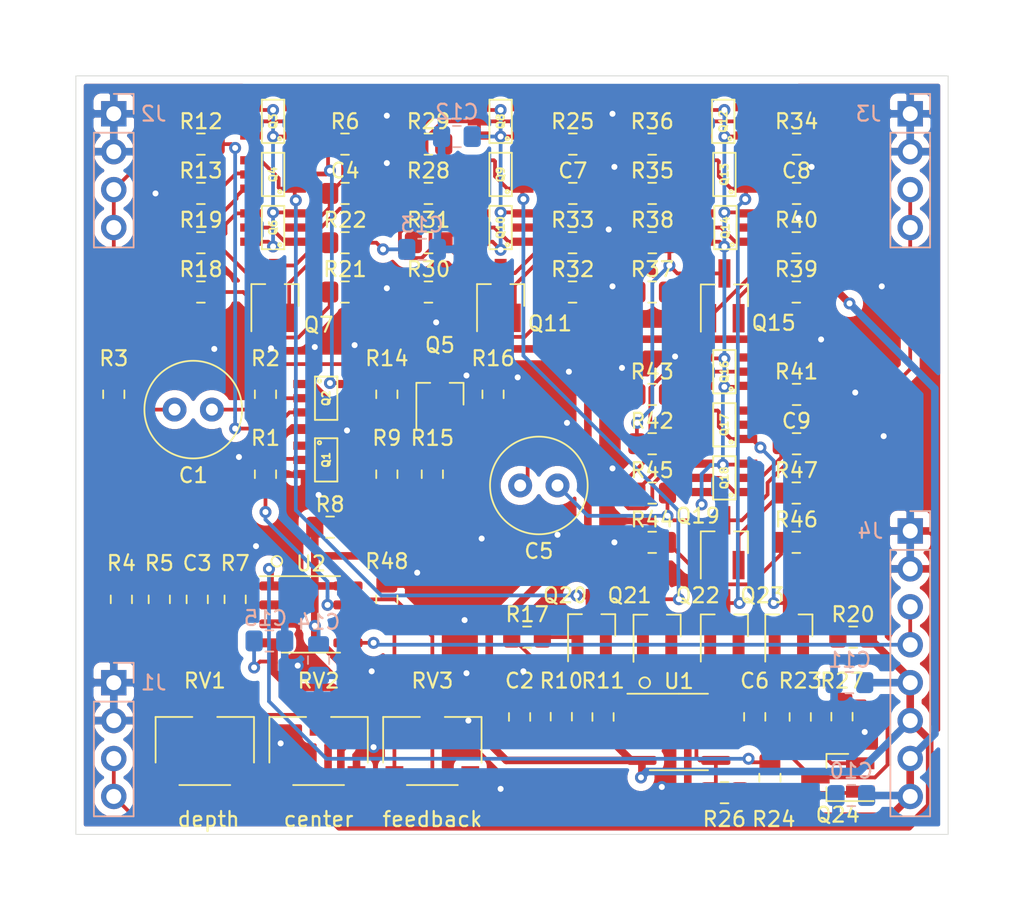
<source format=kicad_pcb>
(kicad_pcb (version 20171130) (host pcbnew 5.1.2-f72e74a~84~ubuntu18.04.1)
  (layers (0 F.Cu signal) (31 B.Cu signal) (34 B.Paste user) (35 F.Paste user) (36 B.SilkS user) (37 F.SilkS user) (38 B.Mask user) (39 F.Mask user) (44 Edge.Cuts user))
  (net 0 "")
  (net 1 "Net-(C1-Pad2)")
  (net 2 "Net-(C1-Pad1)")
  (net 3 -12V)
  (net 4 "Net-(C3-Pad2)")
  (net 5 "Net-(C3-Pad1)")
  (net 6 GND)
  (net 7 "Net-(C4-Pad1)")
  (net 8 "Net-(C5-Pad2)")
  (net 9 "Net-(C5-Pad1)")
  (net 10 "Net-(C6-Pad2)")
  (net 11 "Net-(C6-Pad1)")
  (net 12 "Net-(C7-Pad1)")
  (net 13 "Net-(C8-Pad1)")
  (net 14 "Net-(C9-Pad1)")
  (net 15 "Net-(J1-Pad3)")
  (net 16 "Net-(J2-Pad3)")
  (net 17 +12V)
  (net 18 "Net-(J4-Pad3)")
  (net 19 "Net-(Q1-Pad1)")
  (net 20 "Net-(Q1-Pad4)")
  (net 21 "Net-(Q1-Pad2)")
  (net 22 "Net-(Q2-Pad6)")
  (net 23 "Net-(Q2-Pad5)")
  (net 24 "Net-(Q2-Pad1)")
  (net 25 "Net-(Q2-Pad3)")
  (net 26 "Net-(Q3-Pad2)")
  (net 27 "Net-(Q20-Pad3)")
  (net 28 "Net-(Q5-Pad1)")
  (net 29 "Net-(Q6-Pad1)")
  (net 30 "Net-(Q6-Pad4)")
  (net 31 "Net-(Q7-Pad2)")
  (net 32 "Net-(Q7-Pad1)")
  (net 33 "Net-(Q8-Pad2)")
  (net 34 "Net-(Q9-Pad5)")
  (net 35 "Net-(Q21-Pad3)")
  (net 36 "Net-(Q9-Pad2)")
  (net 37 "Net-(Q10-Pad1)")
  (net 38 "Net-(Q10-Pad4)")
  (net 39 "Net-(Q11-Pad2)")
  (net 40 "Net-(Q11-Pad1)")
  (net 41 "Net-(Q12-Pad2)")
  (net 42 "Net-(Q13-Pad5)")
  (net 43 "Net-(Q13-Pad1)")
  (net 44 "Net-(Q13-Pad2)")
  (net 45 "Net-(Q14-Pad1)")
  (net 46 "Net-(Q14-Pad4)")
  (net 47 "Net-(Q15-Pad2)")
  (net 48 "Net-(Q15-Pad1)")
  (net 49 "Net-(Q16-Pad2)")
  (net 50 "Net-(Q17-Pad5)")
  (net 51 "Net-(Q17-Pad1)")
  (net 52 "Net-(Q17-Pad2)")
  (net 53 "Net-(Q18-Pad1)")
  (net 54 "Net-(Q19-Pad2)")
  (net 55 "Net-(Q19-Pad1)")
  (net 56 "Net-(Q20-Pad2)")
  (net 57 "Net-(Q20-Pad1)")
  (net 58 "Net-(Q24-Pad1)")
  (net 59 rez_CV)
  (net 60 "Net-(R4-Pad1)")
  (net 61 "Net-(R5-Pad1)")
  (net 62 "Net-(R17-Pad1)")
  (net 63 "Net-(R48-Pad1)")
  (net 64 "Net-(C2-Pad2)")
  (module Package_TO_SOT_SMD:SOT-23_Handsoldering (layer F.Cu) (at 152.63 123.19 180)
    (fp_text reference Q24 (at 0 -2.5) (layer F.SilkS))
    (fp_text value BC847)
    (pad 3 smd rect (at 1.5 0 180) (size 1.9 0.8) (layers F.Cu F.Paste F.Mask) (net 11 "Net-(C6-Pad1)"))
    (pad 2 smd rect (at -1.5 0.95 180) (size 1.9 0.8) (layers F.Cu F.Paste F.Mask) (net 56 "Net-(Q20-Pad2)"))
    (pad 1 smd rect (at -1.5 -0.95 180) (size 1.9 0.8) (layers F.Cu F.Paste F.Mask) (net 58 "Net-(Q24-Pad1)"))
  )
  (module Package_TO_SOT_SMD:SOT-23_Handsoldering (layer F.Cu) (at 149.352 113.03 90)
    (fp_text reference Q23 (at 2.032 -1.778 180) (layer F.SilkS))
    (fp_text value BC847)
    (pad 3 smd rect (at 1.5 0 90) (size 1.9 0.8) (layers F.Cu F.Paste F.Mask) (net 51 "Net-(Q17-Pad1)"))
    (pad 2 smd rect (at -1.5 0.95 90) (size 1.9 0.8) (layers F.Cu F.Paste F.Mask) (net 56 "Net-(Q20-Pad2)"))
    (pad 1 smd rect (at -1.5 -0.95 90) (size 1.9 0.8) (layers F.Cu F.Paste F.Mask) (net 57 "Net-(Q20-Pad1)"))
  )
  (module Package_TO_SOT_SMD:SOT-23_Handsoldering (layer F.Cu) (at 145.034 113.03 90)
    (fp_text reference Q22 (at 2.032 -1.778 180) (layer F.SilkS))
    (fp_text value BC847)
    (pad 3 smd rect (at 1.5 0 90) (size 1.9 0.8) (layers F.Cu F.Paste F.Mask) (net 43 "Net-(Q13-Pad1)"))
    (pad 2 smd rect (at -1.5 0.95 90) (size 1.9 0.8) (layers F.Cu F.Paste F.Mask) (net 56 "Net-(Q20-Pad2)"))
    (pad 1 smd rect (at -1.5 -0.95 90) (size 1.9 0.8) (layers F.Cu F.Paste F.Mask) (net 57 "Net-(Q20-Pad1)"))
  )
  (module Package_TO_SOT_SMD:SOT-23_Handsoldering (layer F.Cu) (at 140.528 113.046 90)
    (fp_text reference Q21 (at 2.048 -1.844 180) (layer F.SilkS))
    (fp_text value BC847)
    (pad 3 smd rect (at 1.5 0 90) (size 1.9 0.8) (layers F.Cu F.Paste F.Mask) (net 35 "Net-(Q21-Pad3)"))
    (pad 2 smd rect (at -1.5 0.95 90) (size 1.9 0.8) (layers F.Cu F.Paste F.Mask) (net 56 "Net-(Q20-Pad2)"))
    (pad 1 smd rect (at -1.5 -0.95 90) (size 1.9 0.8) (layers F.Cu F.Paste F.Mask) (net 57 "Net-(Q20-Pad1)"))
  )
  (module Package_TO_SOT_SMD:SOT-23_Handsoldering (layer F.Cu) (at 136.144 113.014 90)
    (fp_text reference Q20 (at 2.016 -1.778 180) (layer F.SilkS))
    (fp_text value BC847)
    (pad 3 smd rect (at 1.5 0 90) (size 1.9 0.8) (layers F.Cu F.Paste F.Mask) (net 27 "Net-(Q20-Pad3)"))
    (pad 2 smd rect (at -1.5 0.95 90) (size 1.9 0.8) (layers F.Cu F.Paste F.Mask) (net 56 "Net-(Q20-Pad2)"))
    (pad 1 smd rect (at -1.5 -0.95 90) (size 1.9 0.8) (layers F.Cu F.Paste F.Mask) (net 57 "Net-(Q20-Pad1)"))
  )
  (module Package_TO_SOT_SMD:SOT-23_Handsoldering (layer F.Cu) (at 145.034 107.466 90)
    (fp_text reference Q19 (at 1.802 -1.778 180) (layer F.SilkS))
    (fp_text value BC847)
    (pad 3 smd rect (at 1.5 0 90) (size 1.9 0.8) (layers F.Cu F.Paste F.Mask) (net 9 "Net-(C5-Pad1)"))
    (pad 2 smd rect (at -1.5 0.95 90) (size 1.9 0.8) (layers F.Cu F.Paste F.Mask) (net 54 "Net-(Q19-Pad2)"))
    (pad 1 smd rect (at -1.5 -0.95 90) (size 1.9 0.8) (layers F.Cu F.Paste F.Mask) (net 55 "Net-(Q19-Pad1)"))
  )
  (module Package_TO_SOT_SMD:SOT-23_Handsoldering (layer F.Cu) (at 145.0365 90.932 90)
    (fp_text reference Q15 (at -1.8175 3.2995 180) (layer F.SilkS))
    (fp_text value BC847)
    (pad 3 smd rect (at 1.5 0 90) (size 1.9 0.8) (layers F.Cu F.Paste F.Mask) (net 46 "Net-(Q14-Pad4)"))
    (pad 2 smd rect (at -1.5 0.95 90) (size 1.9 0.8) (layers F.Cu F.Paste F.Mask) (net 47 "Net-(Q15-Pad2)"))
    (pad 1 smd rect (at -1.5 -0.95 90) (size 1.9 0.8) (layers F.Cu F.Paste F.Mask) (net 48 "Net-(Q15-Pad1)"))
  )
  (module Package_TO_SOT_SMD:SOT-23_Handsoldering (layer F.Cu) (at 130.048 90.908 90)
    (fp_text reference Q11 (at -1.881 3.302 180) (layer F.SilkS))
    (fp_text value BC847)
    (pad 3 smd rect (at 1.5 0 90) (size 1.9 0.8) (layers F.Cu F.Paste F.Mask) (net 38 "Net-(Q10-Pad4)"))
    (pad 2 smd rect (at -1.5 0.95 90) (size 1.9 0.8) (layers F.Cu F.Paste F.Mask) (net 39 "Net-(Q11-Pad2)"))
    (pad 1 smd rect (at -1.5 -0.95 90) (size 1.9 0.8) (layers F.Cu F.Paste F.Mask) (net 40 "Net-(Q11-Pad1)"))
  )
  (module Package_TO_SOT_SMD:SOT-23_Handsoldering (layer F.Cu) (at 114.935 90.908 90)
    (fp_text reference Q7 (at -1.9685 2.921 180) (layer F.SilkS))
    (fp_text value BC847)
    (pad 3 smd rect (at 1.5 0 90) (size 1.9 0.8) (layers F.Cu F.Paste F.Mask) (net 30 "Net-(Q6-Pad4)"))
    (pad 2 smd rect (at -1.5 0.95 90) (size 1.9 0.8) (layers F.Cu F.Paste F.Mask) (net 31 "Net-(Q7-Pad2)"))
    (pad 1 smd rect (at -1.5 -0.95 90) (size 1.9 0.8) (layers F.Cu F.Paste F.Mask) (net 32 "Net-(Q7-Pad1)"))
  )
  (module Package_TO_SOT_SMD:SOT-23_Handsoldering (layer F.Cu) (at 125.984 97.52 90)
    (fp_text reference Q5 (at 3.286 0 180) (layer F.SilkS))
    (fp_text value BC847)
    (pad 3 smd rect (at 1.5 0 90) (size 1.9 0.8) (layers F.Cu F.Paste F.Mask) (net 28 "Net-(Q5-Pad1)"))
    (pad 2 smd rect (at -1.5 0.95 90) (size 1.9 0.8) (layers F.Cu F.Paste F.Mask) (net 6 GND))
    (pad 1 smd rect (at -1.5 -0.95 90) (size 1.9 0.8) (layers F.Cu F.Paste F.Mask) (net 28 "Net-(Q5-Pad1)"))
  )
  (module Capacitor_SMD:C_0805_2012Metric_Pad1.15x1.40mm_HandSolder (layer B.Cu) (at 114.563 114.046 180)
    (fp_text reference C15 (at 0.263 1.524) (layer B.SilkS) (effects (justify mirror)))
    (fp_text value 100nF)
    (pad 2 smd roundrect (at 1.025 0 180) (size 1.15 1.4) (layers B.Cu B.Paste B.Mask) (roundrect_rratio 0.217391) (net 3 -12V))
    (pad 1 smd roundrect (at -1.025 0 180) (size 1.15 1.4) (layers B.Cu B.Paste B.Mask) (roundrect_rratio 0.217391) (net 6 GND))
  )
  (module Capacitor_SMD:C_0805_2012Metric_Pad1.15x1.40mm_HandSolder (layer B.Cu) (at 117.856 115.325 270)
    (fp_text reference C14 (at -2.549 0 180) (layer B.SilkS) (effects (justify mirror)))
    (fp_text value 100nF)
    (pad 2 smd roundrect (at 1.025 0 270) (size 1.15 1.4) (layers B.Cu B.Paste B.Mask) (roundrect_rratio 0.217391) (net 6 GND))
    (pad 1 smd roundrect (at -1.025 0 270) (size 1.15 1.4) (layers B.Cu B.Paste B.Mask) (roundrect_rratio 0.217391) (net 17 +12V))
  )
  (module Capacitor_SMD:C_0805_2012Metric_Pad1.15x1.40mm_HandSolder (layer B.Cu) (at 124.7865 87.8205 180)
    (fp_text reference C13 (at 0 1.65 180) (layer B.SilkS) (effects (justify mirror)))
    (fp_text value 100nF)
    (pad 2 smd roundrect (at 1.025 0 180) (size 1.15 1.4) (layers B.Cu B.Paste B.Mask) (roundrect_rratio 0.217391) (net 3 -12V))
    (pad 1 smd roundrect (at -1.025 0 180) (size 1.15 1.4) (layers B.Cu B.Paste B.Mask) (roundrect_rratio 0.217391) (net 6 GND))
  )
  (module Capacitor_SMD:C_0805_2012Metric_Pad1.15x1.40mm_HandSolder (layer B.Cu) (at 127.118 80.264 180)
    (fp_text reference C12 (at 0 1.65) (layer B.SilkS) (effects (justify mirror)))
    (fp_text value 100nF)
    (pad 2 smd roundrect (at 1.025 0 180) (size 1.15 1.4) (layers B.Cu B.Paste B.Mask) (roundrect_rratio 0.217391) (net 6 GND))
    (pad 1 smd roundrect (at -1.025 0 180) (size 1.15 1.4) (layers B.Cu B.Paste B.Mask) (roundrect_rratio 0.217391) (net 17 +12V))
  )
  (module Capacitor_SMD:C_0805_2012Metric_Pad1.15x1.40mm_HandSolder (layer B.Cu) (at 153.407 116.84)
    (fp_text reference C11 (at 0.009 -1.524) (layer B.SilkS) (effects (justify mirror)))
    (fp_text value 100nF)
    (pad 2 smd roundrect (at 1.025 0) (size 1.15 1.4) (layers B.Cu B.Paste B.Mask) (roundrect_rratio 0.217391) (net 3 -12V))
    (pad 1 smd roundrect (at -1.025 0) (size 1.15 1.4) (layers B.Cu B.Paste B.Mask) (roundrect_rratio 0.217391) (net 6 GND))
  )
  (module Capacitor_SMD:C_0805_2012Metric_Pad1.15x1.40mm_HandSolder (layer B.Cu) (at 153.534 124.3965 180)
    (fp_text reference C10 (at 0 1.65) (layer B.SilkS) (effects (justify mirror)))
    (fp_text value 100nF)
    (pad 2 smd roundrect (at 1.025 0 180) (size 1.15 1.4) (layers B.Cu B.Paste B.Mask) (roundrect_rratio 0.217391) (net 6 GND))
    (pad 1 smd roundrect (at -1.025 0 180) (size 1.15 1.4) (layers B.Cu B.Paste B.Mask) (roundrect_rratio 0.217391) (net 17 +12V))
  )
  (module Capacitor_THT:C_Radial_D6.3mm_H11.0mm_P2.50mm (layer F.Cu) (at 133.858 103.632 180)
    (fp_text reference C5 (at 1.25 -4.4) (layer F.SilkS))
    (fp_text value 10uF)
    (pad 2 thru_hole circle (at 2.5 0 180) (size 1.6 1.6) (drill 0.8) (layers *.Cu *.Mask) (net 8 "Net-(C5-Pad2)"))
    (pad 1 thru_hole circle (at 0 0 180) (size 1.6 1.6) (drill 0.8) (layers *.Cu *.Mask) (net 9 "Net-(C5-Pad1)"))
  )
  (module Capacitor_THT:C_Radial_D6.3mm_H11.0mm_P2.50mm (layer F.Cu) (at 110.712 98.552 180)
    (fp_text reference C1 (at 1.25 -4.4) (layer F.SilkS))
    (fp_text value 10uF)
    (pad 2 thru_hole circle (at 2.5 0 180) (size 1.6 1.6) (drill 0.8) (layers *.Cu *.Mask) (net 1 "Net-(C1-Pad2)"))
    (pad 1 thru_hole circle (at 0 0 180) (size 1.6 1.6) (drill 0.8) (layers *.Cu *.Mask) (net 2 "Net-(C1-Pad1)"))
  )
  (module Package_SO:SOIC-8_3.9x4.9mm_P1.27mm (layer F.Cu) (at 117.348 112.268)
    (fp_text reference U2 (at 0 -3.4) (layer F.SilkS))
    (fp_text value TL072)
    (pad 8 smd roundrect (at 2.475 -1.905) (size 1.95 0.6) (layers F.Cu F.Paste F.Mask) (net 17 +12V))
    (pad 7 smd roundrect (at 2.475 -0.635) (size 1.95 0.6) (layers F.Cu F.Paste F.Mask) (net 59 rez_CV))
    (pad 6 smd roundrect (at 2.475 0.635) (size 1.95 0.6) (layers F.Cu F.Paste F.Mask) (net 63 "Net-(R48-Pad1)"))
    (pad 5 smd roundrect (at 2.475 1.905) (size 1.95 0.6) (layers F.Cu F.Paste F.Mask) (net 18 "Net-(J4-Pad3)"))
    (pad 4 smd roundrect (at -2.475 1.905) (size 1.95 0.6) (layers F.Cu F.Paste F.Mask) (net 3 -12V))
    (pad 3 smd roundrect (at -2.475 0.635) (size 1.95 0.6) (layers F.Cu F.Paste F.Mask) (net 6 GND))
    (pad 2 smd roundrect (at -2.475 -0.635) (size 1.95 0.6) (layers F.Cu F.Paste F.Mask) (net 5 "Net-(C3-Pad1)"))
    (pad 1 smd roundrect (at -2.475 -1.905) (size 1.95 0.6) (layers F.Cu F.Paste F.Mask) (net 4 "Net-(C3-Pad2)"))
  )
  (module Package_SO:SOIC-8_3.9x4.9mm_P1.27mm (layer F.Cu) (at 141.986 120.142)
    (fp_text reference U1 (at 0 -3.4) (layer F.SilkS))
    (fp_text value TL072)
    (pad 8 smd roundrect (at 2.475 -1.905) (size 1.95 0.6) (layers F.Cu F.Paste F.Mask) (net 17 +12V))
    (pad 7 smd roundrect (at 2.475 -0.635) (size 1.95 0.6) (layers F.Cu F.Paste F.Mask) (net 10 "Net-(C6-Pad2)"))
    (pad 6 smd roundrect (at 2.475 0.635) (size 1.95 0.6) (layers F.Cu F.Paste F.Mask) (net 11 "Net-(C6-Pad1)"))
    (pad 5 smd roundrect (at 2.475 1.905) (size 1.95 0.6) (layers F.Cu F.Paste F.Mask) (net 62 "Net-(R17-Pad1)"))
    (pad 4 smd roundrect (at -2.475 1.905) (size 1.95 0.6) (layers F.Cu F.Paste F.Mask) (net 3 -12V))
    (pad 3 smd roundrect (at -2.475 0.635) (size 1.95 0.6) (layers F.Cu F.Paste F.Mask) (net 64 "Net-(C2-Pad2)"))
    (pad 2 smd roundrect (at -2.475 -0.635) (size 1.95 0.6) (layers F.Cu F.Paste F.Mask) (net 62 "Net-(R17-Pad1)"))
    (pad 1 smd roundrect (at -2.475 -1.905) (size 1.95 0.6) (layers F.Cu F.Paste F.Mask) (net 62 "Net-(R17-Pad1)"))
  )
  (module Potentiometer_SMD:Potentiometer_Bourns_3269W_Vertical (layer F.Cu) (at 125.476 121.412 180)
    (fp_text reference RV3 (at 0 4.699) (layer F.SilkS))
    (fp_text value 100k)
    (pad 3 smd rect (at -2.54 -2.415 180) (size 1.19 2.79) (layers F.Cu F.Paste F.Mask) (net 59 rez_CV))
    (pad 2 smd rect (at 0 2.415 180) (size 1.19 2.79) (layers F.Cu F.Paste F.Mask) (net 59 rez_CV))
    (pad 1 smd rect (at 2.54 -2.415 180) (size 1.19 2.79) (layers F.Cu F.Paste F.Mask) (net 63 "Net-(R48-Pad1)"))
  )
  (module Potentiometer_SMD:Potentiometer_Bourns_3269W_Vertical (layer F.Cu) (at 117.856 121.412 180)
    (fp_text reference RV2 (at 0 4.699) (layer F.SilkS))
    (fp_text value 100k)
    (pad 3 smd rect (at -2.54 -2.415 180) (size 1.19 2.79) (layers F.Cu F.Paste F.Mask) (net 6 GND))
    (pad 2 smd rect (at 0 2.415 180) (size 1.19 2.79) (layers F.Cu F.Paste F.Mask) (net 61 "Net-(R5-Pad1)"))
    (pad 1 smd rect (at 2.54 -2.415 180) (size 1.19 2.79) (layers F.Cu F.Paste F.Mask) (net 3 -12V))
  )
  (module Potentiometer_SMD:Potentiometer_Bourns_3269W_Vertical (layer F.Cu) (at 110.236 121.412 180)
    (fp_text reference RV1 (at 0 4.699) (layer F.SilkS))
    (fp_text value 10k)
    (pad 3 smd rect (at -2.54 -2.415 180) (size 1.19 2.79) (layers F.Cu F.Paste F.Mask) (net 15 "Net-(J1-Pad3)"))
    (pad 2 smd rect (at 0 2.415 180) (size 1.19 2.79) (layers F.Cu F.Paste F.Mask) (net 60 "Net-(R4-Pad1)"))
    (pad 1 smd rect (at 2.54 -2.415 180) (size 1.19 2.79) (layers F.Cu F.Paste F.Mask) (net 6 GND))
  )
  (module Resistor_SMD:R_0805_2012Metric_Pad1.15x1.40mm_HandSolder (layer F.Cu) (at 122.428 111.261 90)
    (fp_text reference R48 (at 2.549 0 180) (layer F.SilkS))
    (fp_text value 27k)
    (pad 2 smd roundrect (at 1.025 0 90) (size 1.15 1.4) (layers F.Cu F.Paste F.Mask) (roundrect_rratio 0.217391) (net 6 GND))
    (pad 1 smd roundrect (at -1.025 0 90) (size 1.15 1.4) (layers F.Cu F.Paste F.Mask) (roundrect_rratio 0.217391) (net 63 "Net-(R48-Pad1)"))
  )
  (module Resistor_SMD:R_0805_2012Metric_Pad1.15x1.40mm_HandSolder (layer F.Cu) (at 149.851 104.14)
    (fp_text reference R47 (at 0 -1.524) (layer F.SilkS))
    (fp_text value 1k2)
    (pad 2 smd roundrect (at 1.025 0) (size 1.15 1.4) (layers F.Cu F.Paste F.Mask) (roundrect_rratio 0.217391) (net 3 -12V))
    (pad 1 smd roundrect (at -1.025 0) (size 1.15 1.4) (layers F.Cu F.Paste F.Mask) (roundrect_rratio 0.217391) (net 54 "Net-(Q19-Pad2)"))
  )
  (module Resistor_SMD:R_0805_2012Metric_Pad1.15x1.40mm_HandSolder (layer F.Cu) (at 149.851 107.442)
    (fp_text reference R46 (at 0 -1.524) (layer F.SilkS))
    (fp_text value 12k)
    (pad 2 smd roundrect (at 1.025 0) (size 1.15 1.4) (layers F.Cu F.Paste F.Mask) (roundrect_rratio 0.217391) (net 3 -12V))
    (pad 1 smd roundrect (at -1.025 0) (size 1.15 1.4) (layers F.Cu F.Paste F.Mask) (roundrect_rratio 0.217391) (net 55 "Net-(Q19-Pad1)"))
  )
  (module Resistor_SMD:R_0805_2012Metric_Pad1.15x1.40mm_HandSolder (layer F.Cu) (at 140.199 104.14 180)
    (fp_text reference R45 (at 0.009 1.524) (layer F.SilkS))
    (fp_text value 10k)
    (pad 2 smd roundrect (at 1.025 0 180) (size 1.15 1.4) (layers F.Cu F.Paste F.Mask) (roundrect_rratio 0.217391) (net 50 "Net-(Q17-Pad5)"))
    (pad 1 smd roundrect (at -1.025 0 180) (size 1.15 1.4) (layers F.Cu F.Paste F.Mask) (roundrect_rratio 0.217391) (net 9 "Net-(C5-Pad1)"))
  )
  (module Resistor_SMD:R_0805_2012Metric_Pad1.15x1.40mm_HandSolder (layer F.Cu) (at 140.199 107.442)
    (fp_text reference R44 (at 0 -1.524) (layer F.SilkS))
    (fp_text value 120k)
    (pad 2 smd roundrect (at 1.025 0) (size 1.15 1.4) (layers F.Cu F.Paste F.Mask) (roundrect_rratio 0.217391) (net 55 "Net-(Q19-Pad1)"))
    (pad 1 smd roundrect (at -1.025 0) (size 1.15 1.4) (layers F.Cu F.Paste F.Mask) (roundrect_rratio 0.217391) (net 6 GND))
  )
  (module Resistor_SMD:R_0805_2012Metric_Pad1.15x1.40mm_HandSolder (layer F.Cu) (at 140.199 97.536 180)
    (fp_text reference R43 (at 0 1.524) (layer F.SilkS))
    (fp_text value 220)
    (pad 2 smd roundrect (at 1.025 0 180) (size 1.15 1.4) (layers F.Cu F.Paste F.Mask) (roundrect_rratio 0.217391) (net 6 GND))
    (pad 1 smd roundrect (at -1.025 0 180) (size 1.15 1.4) (layers F.Cu F.Paste F.Mask) (roundrect_rratio 0.217391) (net 50 "Net-(Q17-Pad5)"))
  )
  (module Resistor_SMD:R_0805_2012Metric_Pad1.15x1.40mm_HandSolder (layer F.Cu) (at 140.199 100.838 180)
    (fp_text reference R42 (at 0 1.524) (layer F.SilkS))
    (fp_text value 10k)
    (pad 2 smd roundrect (at 1.025 0 180) (size 1.15 1.4) (layers F.Cu F.Paste F.Mask) (roundrect_rratio 0.217391) (net 46 "Net-(Q14-Pad4)"))
    (pad 1 smd roundrect (at -1.025 0 180) (size 1.15 1.4) (layers F.Cu F.Paste F.Mask) (roundrect_rratio 0.217391) (net 50 "Net-(Q17-Pad5)"))
  )
  (module Resistor_SMD:R_0805_2012Metric_Pad1.15x1.40mm_HandSolder (layer F.Cu) (at 149.869 97.536)
    (fp_text reference R41 (at -0.009 -1.524) (layer F.SilkS))
    (fp_text value 220)
    (pad 2 smd roundrect (at 1.025 0) (size 1.15 1.4) (layers F.Cu F.Paste F.Mask) (roundrect_rratio 0.217391) (net 6 GND))
    (pad 1 smd roundrect (at -1.025 0) (size 1.15 1.4) (layers F.Cu F.Paste F.Mask) (roundrect_rratio 0.217391) (net 52 "Net-(Q17-Pad2)"))
  )
  (module Resistor_SMD:R_0805_2012Metric_Pad1.15x1.40mm_HandSolder (layer F.Cu) (at 149.851 87.376)
    (fp_text reference R40 (at 0.009 -1.524) (layer F.SilkS))
    (fp_text value 1k2)
    (pad 2 smd roundrect (at 1.025 0) (size 1.15 1.4) (layers F.Cu F.Paste F.Mask) (roundrect_rratio 0.217391) (net 3 -12V))
    (pad 1 smd roundrect (at -1.025 0) (size 1.15 1.4) (layers F.Cu F.Paste F.Mask) (roundrect_rratio 0.217391) (net 47 "Net-(Q15-Pad2)"))
  )
  (module Resistor_SMD:R_0805_2012Metric_Pad1.15x1.40mm_HandSolder (layer F.Cu) (at 149.851 90.678)
    (fp_text reference R39 (at 0 -1.524) (layer F.SilkS))
    (fp_text value 12k)
    (pad 2 smd roundrect (at 1.025 0) (size 1.15 1.4) (layers F.Cu F.Paste F.Mask) (roundrect_rratio 0.217391) (net 3 -12V))
    (pad 1 smd roundrect (at -1.025 0) (size 1.15 1.4) (layers F.Cu F.Paste F.Mask) (roundrect_rratio 0.217391) (net 48 "Net-(Q15-Pad1)"))
  )
  (module Resistor_SMD:R_0805_2012Metric_Pad1.15x1.40mm_HandSolder (layer F.Cu) (at 140.208 87.376 180)
    (fp_text reference R38 (at -0.009 1.524) (layer F.SilkS))
    (fp_text value 10k)
    (pad 2 smd roundrect (at 1.025 0 180) (size 1.15 1.4) (layers F.Cu F.Paste F.Mask) (roundrect_rratio 0.217391) (net 42 "Net-(Q13-Pad5)"))
    (pad 1 smd roundrect (at -1.025 0 180) (size 1.15 1.4) (layers F.Cu F.Paste F.Mask) (roundrect_rratio 0.217391) (net 46 "Net-(Q14-Pad4)"))
  )
  (module Resistor_SMD:R_0805_2012Metric_Pad1.15x1.40mm_HandSolder (layer F.Cu) (at 140.199 90.678)
    (fp_text reference R37 (at 0.009 -1.524) (layer F.SilkS))
    (fp_text value 120k)
    (pad 2 smd roundrect (at 1.025 0) (size 1.15 1.4) (layers F.Cu F.Paste F.Mask) (roundrect_rratio 0.217391) (net 48 "Net-(Q15-Pad1)"))
    (pad 1 smd roundrect (at -1.025 0) (size 1.15 1.4) (layers F.Cu F.Paste F.Mask) (roundrect_rratio 0.217391) (net 6 GND))
  )
  (module Resistor_SMD:R_0805_2012Metric_Pad1.15x1.40mm_HandSolder (layer F.Cu) (at 140.199 80.772 180)
    (fp_text reference R36 (at 0 1.524) (layer F.SilkS))
    (fp_text value 220)
    (pad 2 smd roundrect (at 1.025 0 180) (size 1.15 1.4) (layers F.Cu F.Paste F.Mask) (roundrect_rratio 0.217391) (net 6 GND))
    (pad 1 smd roundrect (at -1.025 0 180) (size 1.15 1.4) (layers F.Cu F.Paste F.Mask) (roundrect_rratio 0.217391) (net 42 "Net-(Q13-Pad5)"))
  )
  (module Resistor_SMD:R_0805_2012Metric_Pad1.15x1.40mm_HandSolder (layer F.Cu) (at 140.199 84.074 180)
    (fp_text reference R35 (at -0.009 1.524) (layer F.SilkS))
    (fp_text value 10k)
    (pad 2 smd roundrect (at 1.025 0 180) (size 1.15 1.4) (layers F.Cu F.Paste F.Mask) (roundrect_rratio 0.217391) (net 38 "Net-(Q10-Pad4)"))
    (pad 1 smd roundrect (at -1.025 0 180) (size 1.15 1.4) (layers F.Cu F.Paste F.Mask) (roundrect_rratio 0.217391) (net 42 "Net-(Q13-Pad5)"))
  )
  (module Resistor_SMD:R_0805_2012Metric_Pad1.15x1.40mm_HandSolder (layer F.Cu) (at 149.869 80.772)
    (fp_text reference R34 (at 0 -1.524) (layer F.SilkS))
    (fp_text value 220)
    (pad 2 smd roundrect (at 1.025 0) (size 1.15 1.4) (layers F.Cu F.Paste F.Mask) (roundrect_rratio 0.217391) (net 6 GND))
    (pad 1 smd roundrect (at -1.025 0) (size 1.15 1.4) (layers F.Cu F.Paste F.Mask) (roundrect_rratio 0.217391) (net 44 "Net-(Q13-Pad2)"))
  )
  (module Resistor_SMD:R_0805_2012Metric_Pad1.15x1.40mm_HandSolder (layer F.Cu) (at 134.865 87.376)
    (fp_text reference R33 (at 0.009 -1.524) (layer F.SilkS))
    (fp_text value 1k2)
    (pad 2 smd roundrect (at 1.025 0) (size 1.15 1.4) (layers F.Cu F.Paste F.Mask) (roundrect_rratio 0.217391) (net 3 -12V))
    (pad 1 smd roundrect (at -1.025 0) (size 1.15 1.4) (layers F.Cu F.Paste F.Mask) (roundrect_rratio 0.217391) (net 39 "Net-(Q11-Pad2)"))
  )
  (module Resistor_SMD:R_0805_2012Metric_Pad1.15x1.40mm_HandSolder (layer F.Cu) (at 134.865 90.678)
    (fp_text reference R32 (at 0.009 -1.524) (layer F.SilkS))
    (fp_text value 12k)
    (pad 2 smd roundrect (at 1.025 0) (size 1.15 1.4) (layers F.Cu F.Paste F.Mask) (roundrect_rratio 0.217391) (net 3 -12V))
    (pad 1 smd roundrect (at -1.025 0) (size 1.15 1.4) (layers F.Cu F.Paste F.Mask) (roundrect_rratio 0.217391) (net 40 "Net-(Q11-Pad1)"))
  )
  (module Resistor_SMD:R_0805_2012Metric_Pad1.15x1.40mm_HandSolder (layer F.Cu) (at 125.231 87.376 180)
    (fp_text reference R31 (at 0.009 1.524) (layer F.SilkS))
    (fp_text value 10k)
    (pad 2 smd roundrect (at 1.025 0 180) (size 1.15 1.4) (layers F.Cu F.Paste F.Mask) (roundrect_rratio 0.217391) (net 34 "Net-(Q9-Pad5)"))
    (pad 1 smd roundrect (at -1.025 0 180) (size 1.15 1.4) (layers F.Cu F.Paste F.Mask) (roundrect_rratio 0.217391) (net 38 "Net-(Q10-Pad4)"))
  )
  (module Resistor_SMD:R_0805_2012Metric_Pad1.15x1.40mm_HandSolder (layer F.Cu) (at 125.213 90.678)
    (fp_text reference R30 (at 0 -1.524) (layer F.SilkS))
    (fp_text value 120k)
    (pad 2 smd roundrect (at 1.025 0) (size 1.15 1.4) (layers F.Cu F.Paste F.Mask) (roundrect_rratio 0.217391) (net 40 "Net-(Q11-Pad1)"))
    (pad 1 smd roundrect (at -1.025 0) (size 1.15 1.4) (layers F.Cu F.Paste F.Mask) (roundrect_rratio 0.217391) (net 6 GND))
  )
  (module Resistor_SMD:R_0805_2012Metric_Pad1.15x1.40mm_HandSolder (layer F.Cu) (at 125.213 80.772 180)
    (fp_text reference R29 (at 0 1.524) (layer F.SilkS))
    (fp_text value 220)
    (pad 2 smd roundrect (at 1.025 0 180) (size 1.15 1.4) (layers F.Cu F.Paste F.Mask) (roundrect_rratio 0.217391) (net 6 GND))
    (pad 1 smd roundrect (at -1.025 0 180) (size 1.15 1.4) (layers F.Cu F.Paste F.Mask) (roundrect_rratio 0.217391) (net 34 "Net-(Q9-Pad5)"))
  )
  (module Resistor_SMD:R_0805_2012Metric_Pad1.15x1.40mm_HandSolder (layer F.Cu) (at 125.213 84.074 180)
    (fp_text reference R28 (at 0 1.524) (layer F.SilkS))
    (fp_text value 10k)
    (pad 2 smd roundrect (at 1.025 0 180) (size 1.15 1.4) (layers F.Cu F.Paste F.Mask) (roundrect_rratio 0.217391) (net 30 "Net-(Q6-Pad4)"))
    (pad 1 smd roundrect (at -1.025 0 180) (size 1.15 1.4) (layers F.Cu F.Paste F.Mask) (roundrect_rratio 0.217391) (net 34 "Net-(Q9-Pad5)"))
  )
  (module Resistor_SMD:R_0805_2012Metric_Pad1.15x1.40mm_HandSolder (layer F.Cu) (at 152.908 119.117 90)
    (fp_text reference R27 (at 2.404 0 180) (layer F.SilkS))
    (fp_text value 100k)
    (pad 2 smd roundrect (at 1.025 0 90) (size 1.15 1.4) (layers F.Cu F.Paste F.Mask) (roundrect_rratio 0.217391) (net 11 "Net-(C6-Pad1)"))
    (pad 1 smd roundrect (at -1.025 0 90) (size 1.15 1.4) (layers F.Cu F.Paste F.Mask) (roundrect_rratio 0.217391) (net 6 GND))
  )
  (module Resistor_SMD:R_0805_2012Metric_Pad1.15x1.40mm_HandSolder (layer F.Cu) (at 145.043 124.206)
    (fp_text reference R26 (at -0.009 1.778) (layer F.SilkS))
    (fp_text value 1k)
    (pad 2 smd roundrect (at 1.025 0) (size 1.15 1.4) (layers F.Cu F.Paste F.Mask) (roundrect_rratio 0.217391) (net 58 "Net-(Q24-Pad1)"))
    (pad 1 smd roundrect (at -1.025 0) (size 1.15 1.4) (layers F.Cu F.Paste F.Mask) (roundrect_rratio 0.217391) (net 62 "Net-(R17-Pad1)"))
  )
  (module Resistor_SMD:R_0805_2012Metric_Pad1.15x1.40mm_HandSolder (layer F.Cu) (at 134.883 80.772)
    (fp_text reference R25 (at -0.009 -1.524) (layer F.SilkS))
    (fp_text value 220)
    (pad 2 smd roundrect (at 1.025 0) (size 1.15 1.4) (layers F.Cu F.Paste F.Mask) (roundrect_rratio 0.217391) (net 6 GND))
    (pad 1 smd roundrect (at -1.025 0) (size 1.15 1.4) (layers F.Cu F.Paste F.Mask) (roundrect_rratio 0.217391) (net 36 "Net-(Q9-Pad2)"))
  )
  (module Resistor_SMD:R_0805_2012Metric_Pad1.15x1.40mm_HandSolder (layer F.Cu) (at 148.082 123.199 270)
    (fp_text reference R24 (at 2.785 -0.254 180) (layer F.SilkS))
    (fp_text value 51k)
    (pad 2 smd roundrect (at 1.025 0 270) (size 1.15 1.4) (layers F.Cu F.Paste F.Mask) (roundrect_rratio 0.217391) (net 58 "Net-(Q24-Pad1)"))
    (pad 1 smd roundrect (at -1.025 0 270) (size 1.15 1.4) (layers F.Cu F.Paste F.Mask) (roundrect_rratio 0.217391) (net 4 "Net-(C3-Pad2)"))
  )
  (module Resistor_SMD:R_0805_2012Metric_Pad1.15x1.40mm_HandSolder (layer F.Cu) (at 150.114 119.135 270)
    (fp_text reference R23 (at -2.422 0 180) (layer F.SilkS))
    (fp_text value 2k2)
    (pad 2 smd roundrect (at 1.025 0 270) (size 1.15 1.4) (layers F.Cu F.Paste F.Mask) (roundrect_rratio 0.217391) (net 56 "Net-(Q20-Pad2)"))
    (pad 1 smd roundrect (at -1.025 0 270) (size 1.15 1.4) (layers F.Cu F.Paste F.Mask) (roundrect_rratio 0.217391) (net 10 "Net-(C6-Pad2)"))
  )
  (module Resistor_SMD:R_0805_2012Metric_Pad1.15x1.40mm_HandSolder (layer F.Cu) (at 119.625 87.376)
    (fp_text reference R22 (at 0.009 -1.524) (layer F.SilkS))
    (fp_text value 1k2)
    (pad 2 smd roundrect (at 1.025 0) (size 1.15 1.4) (layers F.Cu F.Paste F.Mask) (roundrect_rratio 0.217391) (net 3 -12V))
    (pad 1 smd roundrect (at -1.025 0) (size 1.15 1.4) (layers F.Cu F.Paste F.Mask) (roundrect_rratio 0.217391) (net 31 "Net-(Q7-Pad2)"))
  )
  (module Resistor_SMD:R_0805_2012Metric_Pad1.15x1.40mm_HandSolder (layer F.Cu) (at 119.625 90.678)
    (fp_text reference R21 (at 0 -1.524) (layer F.SilkS))
    (fp_text value 12k)
    (pad 2 smd roundrect (at 1.025 0) (size 1.15 1.4) (layers F.Cu F.Paste F.Mask) (roundrect_rratio 0.217391) (net 3 -12V))
    (pad 1 smd roundrect (at -1.025 0) (size 1.15 1.4) (layers F.Cu F.Paste F.Mask) (roundrect_rratio 0.217391) (net 32 "Net-(Q7-Pad1)"))
  )
  (module Resistor_SMD:R_0805_2012Metric_Pad1.15x1.40mm_HandSolder (layer F.Cu) (at 153.661 113.792 180)
    (fp_text reference R20 (at 0.009 1.524) (layer F.SilkS))
    (fp_text value 180k)
    (pad 2 smd roundrect (at 1.025 0 180) (size 1.15 1.4) (layers F.Cu F.Paste F.Mask) (roundrect_rratio 0.217391) (net 57 "Net-(Q20-Pad1)"))
    (pad 1 smd roundrect (at -1.025 0 180) (size 1.15 1.4) (layers F.Cu F.Paste F.Mask) (roundrect_rratio 0.217391) (net 3 -12V))
  )
  (module Resistor_SMD:R_0805_2012Metric_Pad1.15x1.40mm_HandSolder (layer F.Cu) (at 109.973 87.376 180)
    (fp_text reference R19 (at -0.009 1.524) (layer F.SilkS))
    (fp_text value 10k)
    (pad 2 smd roundrect (at 1.025 0 180) (size 1.15 1.4) (layers F.Cu F.Paste F.Mask) (roundrect_rratio 0.217391) (net 25 "Net-(Q2-Pad3)"))
    (pad 1 smd roundrect (at -1.025 0 180) (size 1.15 1.4) (layers F.Cu F.Paste F.Mask) (roundrect_rratio 0.217391) (net 30 "Net-(Q6-Pad4)"))
  )
  (module Resistor_SMD:R_0805_2012Metric_Pad1.15x1.40mm_HandSolder (layer F.Cu) (at 109.973 90.678)
    (fp_text reference R18 (at 0.009 -1.524) (layer F.SilkS))
    (fp_text value 120k)
    (pad 2 smd roundrect (at 1.025 0) (size 1.15 1.4) (layers F.Cu F.Paste F.Mask) (roundrect_rratio 0.217391) (net 32 "Net-(Q7-Pad1)"))
    (pad 1 smd roundrect (at -1.025 0) (size 1.15 1.4) (layers F.Cu F.Paste F.Mask) (roundrect_rratio 0.217391) (net 6 GND))
  )
  (module Resistor_SMD:R_0805_2012Metric_Pad1.15x1.40mm_HandSolder (layer F.Cu) (at 131.817 113.792)
    (fp_text reference R17 (at 0.009 -1.524) (layer F.SilkS))
    (fp_text value 100)
    (pad 2 smd roundrect (at 1.025 0) (size 1.15 1.4) (layers F.Cu F.Paste F.Mask) (roundrect_rratio 0.217391) (net 57 "Net-(Q20-Pad1)"))
    (pad 1 smd roundrect (at -1.025 0) (size 1.15 1.4) (layers F.Cu F.Paste F.Mask) (roundrect_rratio 0.217391) (net 62 "Net-(R17-Pad1)"))
  )
  (module Resistor_SMD:R_0805_2012Metric_Pad1.15x1.40mm_HandSolder (layer F.Cu) (at 129.54 97.527 270)
    (fp_text reference R16 (at -2.404 0 180) (layer F.SilkS))
    (fp_text value 20k)
    (pad 2 smd roundrect (at 1.025 0 270) (size 1.15 1.4) (layers F.Cu F.Paste F.Mask) (roundrect_rratio 0.217391) (net 23 "Net-(Q2-Pad5)"))
    (pad 1 smd roundrect (at -1.025 0 270) (size 1.15 1.4) (layers F.Cu F.Paste F.Mask) (roundrect_rratio 0.217391) (net 8 "Net-(C5-Pad2)"))
  )
  (module Resistor_SMD:R_0805_2012Metric_Pad1.15x1.40mm_HandSolder (layer F.Cu) (at 125.476 102.879 90)
    (fp_text reference R15 (at 2.422 0 180) (layer F.SilkS))
    (fp_text value 12k)
    (pad 2 smd roundrect (at 1.025 0 90) (size 1.15 1.4) (layers F.Cu F.Paste F.Mask) (roundrect_rratio 0.217391) (net 28 "Net-(Q5-Pad1)"))
    (pad 1 smd roundrect (at -1.025 0 90) (size 1.15 1.4) (layers F.Cu F.Paste F.Mask) (roundrect_rratio 0.217391) (net 17 +12V))
  )
  (module Resistor_SMD:R_0805_2012Metric_Pad1.15x1.40mm_HandSolder (layer F.Cu) (at 122.428 97.527 270)
    (fp_text reference R14 (at -2.404 0 180) (layer F.SilkS))
    (fp_text value 1k)
    (pad 2 smd roundrect (at 1.025 0 270) (size 1.15 1.4) (layers F.Cu F.Paste F.Mask) (roundrect_rratio 0.217391) (net 23 "Net-(Q2-Pad5)"))
    (pad 1 smd roundrect (at -1.025 0 270) (size 1.15 1.4) (layers F.Cu F.Paste F.Mask) (roundrect_rratio 0.217391) (net 28 "Net-(Q5-Pad1)"))
  )
  (module Resistor_SMD:R_0805_2012Metric_Pad1.15x1.40mm_HandSolder (layer F.Cu) (at 109.973 84.074 180)
    (fp_text reference R13 (at 0 1.524) (layer F.SilkS))
    (fp_text value 220)
    (pad 2 smd roundrect (at 1.025 0 180) (size 1.15 1.4) (layers F.Cu F.Paste F.Mask) (roundrect_rratio 0.217391) (net 6 GND))
    (pad 1 smd roundrect (at -1.025 0 180) (size 1.15 1.4) (layers F.Cu F.Paste F.Mask) (roundrect_rratio 0.217391) (net 25 "Net-(Q2-Pad3)"))
  )
  (module Resistor_SMD:R_0805_2012Metric_Pad1.15x1.40mm_HandSolder (layer F.Cu) (at 109.973 80.772 180)
    (fp_text reference R12 (at -0.009 1.524) (layer F.SilkS))
    (fp_text value 10k)
    (pad 2 smd roundrect (at 1.025 0 180) (size 1.15 1.4) (layers F.Cu F.Paste F.Mask) (roundrect_rratio 0.217391) (net 16 "Net-(J2-Pad3)"))
    (pad 1 smd roundrect (at -1.025 0 180) (size 1.15 1.4) (layers F.Cu F.Paste F.Mask) (roundrect_rratio 0.217391) (net 25 "Net-(Q2-Pad3)"))
  )
  (module Resistor_SMD:R_0805_2012Metric_Pad1.15x1.40mm_HandSolder (layer F.Cu) (at 136.906 119.135 270)
    (fp_text reference R11 (at -2.422 0 180) (layer F.SilkS))
    (fp_text value 120k)
    (pad 2 smd roundrect (at 1.025 0 270) (size 1.15 1.4) (layers F.Cu F.Paste F.Mask) (roundrect_rratio 0.217391) (net 3 -12V))
    (pad 1 smd roundrect (at -1.025 0 270) (size 1.15 1.4) (layers F.Cu F.Paste F.Mask) (roundrect_rratio 0.217391) (net 64 "Net-(C2-Pad2)"))
  )
  (module Resistor_SMD:R_0805_2012Metric_Pad1.15x1.40mm_HandSolder (layer F.Cu) (at 134.112 119.117 270)
    (fp_text reference R10 (at -2.404 0 180) (layer F.SilkS))
    (fp_text value 12k)
    (pad 2 smd roundrect (at 1.025 0 270) (size 1.15 1.4) (layers F.Cu F.Paste F.Mask) (roundrect_rratio 0.217391) (net 64 "Net-(C2-Pad2)"))
    (pad 1 smd roundrect (at -1.025 0 270) (size 1.15 1.4) (layers F.Cu F.Paste F.Mask) (roundrect_rratio 0.217391) (net 6 GND))
  )
  (module Resistor_SMD:R_0805_2012Metric_Pad1.15x1.40mm_HandSolder (layer F.Cu) (at 122.428 102.879 90)
    (fp_text reference R9 (at 2.422 0 180) (layer F.SilkS))
    (fp_text value 15k)
    (pad 2 smd roundrect (at 1.025 0 90) (size 1.15 1.4) (layers F.Cu F.Paste F.Mask) (roundrect_rratio 0.217391) (net 24 "Net-(Q2-Pad1)"))
    (pad 1 smd roundrect (at -1.025 0 90) (size 1.15 1.4) (layers F.Cu F.Paste F.Mask) (roundrect_rratio 0.217391) (net 20 "Net-(Q1-Pad4)"))
  )
  (module Resistor_SMD:R_0805_2012Metric_Pad1.15x1.40mm_HandSolder (layer F.Cu) (at 118.627 106.426)
    (fp_text reference R8 (at 0 -1.524) (layer F.SilkS))
    (fp_text value 3k3)
    (pad 2 smd roundrect (at 1.025 0) (size 1.15 1.4) (layers F.Cu F.Paste F.Mask) (roundrect_rratio 0.217391) (net 20 "Net-(Q1-Pad4)"))
    (pad 1 smd roundrect (at -1.025 0) (size 1.15 1.4) (layers F.Cu F.Paste F.Mask) (roundrect_rratio 0.217391) (net 17 +12V))
  )
  (module Resistor_SMD:R_0805_2012Metric_Pad1.15x1.40mm_HandSolder (layer F.Cu) (at 112.268 111.261 90)
    (fp_text reference R7 (at 2.422 0 180) (layer F.SilkS))
    (fp_text value 560k)
    (pad 2 smd roundrect (at 1.025 0 90) (size 1.15 1.4) (layers F.Cu F.Paste F.Mask) (roundrect_rratio 0.217391) (net 4 "Net-(C3-Pad2)"))
    (pad 1 smd roundrect (at -1.025 0 90) (size 1.15 1.4) (layers F.Cu F.Paste F.Mask) (roundrect_rratio 0.217391) (net 5 "Net-(C3-Pad1)"))
  )
  (module Resistor_SMD:R_0805_2012Metric_Pad1.15x1.40mm_HandSolder (layer F.Cu) (at 119.625 80.772)
    (fp_text reference R6 (at 0.009 -1.524) (layer F.SilkS))
    (fp_text value 220)
    (pad 2 smd roundrect (at 1.025 0) (size 1.15 1.4) (layers F.Cu F.Paste F.Mask) (roundrect_rratio 0.217391) (net 6 GND))
    (pad 1 smd roundrect (at -1.025 0) (size 1.15 1.4) (layers F.Cu F.Paste F.Mask) (roundrect_rratio 0.217391) (net 22 "Net-(Q2-Pad6)"))
  )
  (module Resistor_SMD:R_0805_2012Metric_Pad1.15x1.40mm_HandSolder (layer F.Cu) (at 107.188 111.261 90)
    (fp_text reference R5 (at 2.422 0 180) (layer F.SilkS))
    (fp_text value 560k)
    (pad 2 smd roundrect (at 1.025 0 90) (size 1.15 1.4) (layers F.Cu F.Paste F.Mask) (roundrect_rratio 0.217391) (net 5 "Net-(C3-Pad1)"))
    (pad 1 smd roundrect (at -1.025 0 90) (size 1.15 1.4) (layers F.Cu F.Paste F.Mask) (roundrect_rratio 0.217391) (net 61 "Net-(R5-Pad1)"))
  )
  (module Resistor_SMD:R_0805_2012Metric_Pad1.15x1.40mm_HandSolder (layer F.Cu) (at 104.648 111.261 90)
    (fp_text reference R4 (at 2.422 0 180) (layer F.SilkS))
    (fp_text value 100k)
    (pad 2 smd roundrect (at 1.025 0 90) (size 1.15 1.4) (layers F.Cu F.Paste F.Mask) (roundrect_rratio 0.217391) (net 5 "Net-(C3-Pad1)"))
    (pad 1 smd roundrect (at -1.025 0 90) (size 1.15 1.4) (layers F.Cu F.Paste F.Mask) (roundrect_rratio 0.217391) (net 60 "Net-(R4-Pad1)"))
  )
  (module Resistor_SMD:R_0805_2012Metric_Pad1.15x1.40mm_HandSolder (layer F.Cu) (at 104.14 97.527 90)
    (fp_text reference R3 (at 2.404 0 180) (layer F.SilkS))
    (fp_text value 51k)
    (pad 2 smd roundrect (at 1.025 0 90) (size 1.15 1.4) (layers F.Cu F.Paste F.Mask) (roundrect_rratio 0.217391) (net 16 "Net-(J2-Pad3)"))
    (pad 1 smd roundrect (at -1.025 0 90) (size 1.15 1.4) (layers F.Cu F.Paste F.Mask) (roundrect_rratio 0.217391) (net 1 "Net-(C1-Pad2)"))
  )
  (module Resistor_SMD:R_0805_2012Metric_Pad1.15x1.40mm_HandSolder (layer F.Cu) (at 114.3 97.527 270)
    (fp_text reference R2 (at -2.404 0 180) (layer F.SilkS))
    (fp_text value 1k)
    (pad 2 smd roundrect (at 1.025 0 270) (size 1.15 1.4) (layers F.Cu F.Paste F.Mask) (roundrect_rratio 0.217391) (net 2 "Net-(C1-Pad1)"))
    (pad 1 smd roundrect (at -1.025 0 270) (size 1.15 1.4) (layers F.Cu F.Paste F.Mask) (roundrect_rratio 0.217391) (net 28 "Net-(Q5-Pad1)"))
  )
  (module Resistor_SMD:R_0805_2012Metric_Pad1.15x1.40mm_HandSolder (layer F.Cu) (at 114.3 102.879 270)
    (fp_text reference R1 (at -2.422 0 180) (layer F.SilkS))
    (fp_text value 1k)
    (pad 2 smd roundrect (at 1.025 0 270) (size 1.15 1.4) (layers F.Cu F.Paste F.Mask) (roundrect_rratio 0.217391) (net 59 rez_CV))
    (pad 1 smd roundrect (at -1.025 0 270) (size 1.15 1.4) (layers F.Cu F.Paste F.Mask) (roundrect_rratio 0.217391) (net 21 "Net-(Q1-Pad2)"))
  )
  (module haible_2040_LPF_plug_in_board:SOT457 (layer F.Cu) (at 145.034 103.124 90)
    (fp_text reference Q18 (at 0 0 90) (layer F.SilkS) (effects (font (size 0.508 0.508) (thickness 0.127))))
    (fp_text value BCM847DS hide)
    (pad 6 smd rect (at -0.95 -1.45 90) (size 0.55 1.5) (layers F.Cu F.Paste F.Mask) (net 17 +12V))
    (pad 5 smd rect (at 0 -1.45 90) (size 0.55 1.5) (layers F.Cu F.Paste F.Mask) (net 53 "Net-(Q18-Pad1)"))
    (pad 4 smd rect (at 0.95 -1.45 90) (size 0.55 1.5) (layers F.Cu F.Paste F.Mask) (net 9 "Net-(C5-Pad1)"))
    (pad 3 smd rect (at 0.95 1.45 90) (size 0.55 1.5) (layers F.Cu F.Paste F.Mask) (net 17 +12V))
    (pad 2 smd rect (at 0 1.45 90) (size 0.55 1.5) (layers F.Cu F.Paste F.Mask) (net 14 "Net-(C9-Pad1)"))
    (pad 1 smd rect (at -0.95 1.45 90) (size 0.55 1.5) (layers F.Cu F.Paste F.Mask) (net 53 "Net-(Q18-Pad1)"))
  )
  (module haible_2040_LPF_plug_in_board:SOT457 (layer F.Cu) (at 145.034 99.568 90)
    (fp_text reference Q17 (at 0 0 90) (layer F.SilkS) (effects (font (size 0.508 0.508) (thickness 0.127))))
    (fp_text value BCM847DS hide)
    (pad 6 smd rect (at -0.95 -1.45 90) (size 0.55 1.5) (layers F.Cu F.Paste F.Mask) (net 49 "Net-(Q16-Pad2)"))
    (pad 5 smd rect (at 0 -1.45 90) (size 0.55 1.5) (layers F.Cu F.Paste F.Mask) (net 50 "Net-(Q17-Pad5)"))
    (pad 4 smd rect (at 0.95 -1.45 90) (size 0.55 1.5) (layers F.Cu F.Paste F.Mask) (net 51 "Net-(Q17-Pad1)"))
    (pad 3 smd rect (at 0.95 1.45 90) (size 0.55 1.5) (layers F.Cu F.Paste F.Mask) (net 14 "Net-(C9-Pad1)"))
    (pad 2 smd rect (at 0 1.45 90) (size 0.55 1.5) (layers F.Cu F.Paste F.Mask) (net 52 "Net-(Q17-Pad2)"))
    (pad 1 smd rect (at -0.95 1.45 90) (size 0.55 1.5) (layers F.Cu F.Paste F.Mask) (net 51 "Net-(Q17-Pad1)"))
  )
  (module haible_2040_LPF_plug_in_board:SOT457 (layer F.Cu) (at 145.034 96.012 90)
    (fp_text reference Q16 (at 0 0 90) (layer F.SilkS) (effects (font (size 0.508 0.508) (thickness 0.127))))
    (fp_text value BCM857DS hide)
    (pad 6 smd rect (at -0.95 -1.45 90) (size 0.55 1.5) (layers F.Cu F.Paste F.Mask) (net 49 "Net-(Q16-Pad2)"))
    (pad 5 smd rect (at 0 -1.45 90) (size 0.55 1.5) (layers F.Cu F.Paste F.Mask) (net 49 "Net-(Q16-Pad2)"))
    (pad 4 smd rect (at 0.95 -1.45 90) (size 0.55 1.5) (layers F.Cu F.Paste F.Mask) (net 17 +12V))
    (pad 3 smd rect (at 0.95 1.45 90) (size 0.55 1.5) (layers F.Cu F.Paste F.Mask) (net 14 "Net-(C9-Pad1)"))
    (pad 2 smd rect (at 0 1.45 90) (size 0.55 1.5) (layers F.Cu F.Paste F.Mask) (net 49 "Net-(Q16-Pad2)"))
    (pad 1 smd rect (at -0.95 1.45 90) (size 0.55 1.5) (layers F.Cu F.Paste F.Mask) (net 17 +12V))
  )
  (module haible_2040_LPF_plug_in_board:SOT457 (layer F.Cu) (at 145.108 86.36 90)
    (fp_text reference Q14 (at 0 0 90) (layer F.SilkS) (effects (font (size 0.508 0.508) (thickness 0.127))))
    (fp_text value BCM847DS hide)
    (pad 6 smd rect (at -0.95 -1.45 90) (size 0.55 1.5) (layers F.Cu F.Paste F.Mask) (net 17 +12V))
    (pad 5 smd rect (at 0 -1.45 90) (size 0.55 1.5) (layers F.Cu F.Paste F.Mask) (net 45 "Net-(Q14-Pad1)"))
    (pad 4 smd rect (at 0.95 -1.45 90) (size 0.55 1.5) (layers F.Cu F.Paste F.Mask) (net 46 "Net-(Q14-Pad4)"))
    (pad 3 smd rect (at 0.95 1.45 90) (size 0.55 1.5) (layers F.Cu F.Paste F.Mask) (net 17 +12V))
    (pad 2 smd rect (at 0 1.45 90) (size 0.55 1.5) (layers F.Cu F.Paste F.Mask) (net 13 "Net-(C8-Pad1)"))
    (pad 1 smd rect (at -0.95 1.45 90) (size 0.55 1.5) (layers F.Cu F.Paste F.Mask) (net 45 "Net-(Q14-Pad1)"))
  )
  (module haible_2040_LPF_plug_in_board:SOT457 (layer F.Cu) (at 145.034 82.804 90)
    (fp_text reference Q13 (at 0 0 90) (layer F.SilkS) (effects (font (size 0.508 0.508) (thickness 0.127))))
    (fp_text value BCM847DS hide)
    (pad 6 smd rect (at -0.95 -1.45 90) (size 0.55 1.5) (layers F.Cu F.Paste F.Mask) (net 41 "Net-(Q12-Pad2)"))
    (pad 5 smd rect (at 0 -1.45 90) (size 0.55 1.5) (layers F.Cu F.Paste F.Mask) (net 42 "Net-(Q13-Pad5)"))
    (pad 4 smd rect (at 0.95 -1.45 90) (size 0.55 1.5) (layers F.Cu F.Paste F.Mask) (net 43 "Net-(Q13-Pad1)"))
    (pad 3 smd rect (at 0.95 1.45 90) (size 0.55 1.5) (layers F.Cu F.Paste F.Mask) (net 13 "Net-(C8-Pad1)"))
    (pad 2 smd rect (at 0 1.45 90) (size 0.55 1.5) (layers F.Cu F.Paste F.Mask) (net 44 "Net-(Q13-Pad2)"))
    (pad 1 smd rect (at -0.95 1.45 90) (size 0.55 1.5) (layers F.Cu F.Paste F.Mask) (net 43 "Net-(Q13-Pad1)"))
  )
  (module haible_2040_LPF_plug_in_board:SOT457 (layer F.Cu) (at 144.96 79.248 90)
    (fp_text reference Q12 (at 0 0 90) (layer F.SilkS) (effects (font (size 0.508 0.508) (thickness 0.127))))
    (fp_text value BCM857DS hide)
    (pad 6 smd rect (at -0.95 -1.45 90) (size 0.55 1.5) (layers F.Cu F.Paste F.Mask) (net 41 "Net-(Q12-Pad2)"))
    (pad 5 smd rect (at 0 -1.45 90) (size 0.55 1.5) (layers F.Cu F.Paste F.Mask) (net 41 "Net-(Q12-Pad2)"))
    (pad 4 smd rect (at 0.95 -1.45 90) (size 0.55 1.5) (layers F.Cu F.Paste F.Mask) (net 17 +12V))
    (pad 3 smd rect (at 0.95 1.45 90) (size 0.55 1.5) (layers F.Cu F.Paste F.Mask) (net 13 "Net-(C8-Pad1)"))
    (pad 2 smd rect (at 0 1.45 90) (size 0.55 1.5) (layers F.Cu F.Paste F.Mask) (net 41 "Net-(Q12-Pad2)"))
    (pad 1 smd rect (at -0.95 1.45 90) (size 0.55 1.5) (layers F.Cu F.Paste F.Mask) (net 17 +12V))
  )
  (module haible_2040_LPF_plug_in_board:SOT457 (layer F.Cu) (at 130.048 86.36 90)
    (fp_text reference Q10 (at 0 0 90) (layer F.SilkS) (effects (font (size 0.508 0.508) (thickness 0.127))))
    (fp_text value BCM847DS hide)
    (pad 6 smd rect (at -0.95 -1.45 90) (size 0.55 1.5) (layers F.Cu F.Paste F.Mask) (net 17 +12V))
    (pad 5 smd rect (at 0 -1.45 90) (size 0.55 1.5) (layers F.Cu F.Paste F.Mask) (net 37 "Net-(Q10-Pad1)"))
    (pad 4 smd rect (at 0.95 -1.45 90) (size 0.55 1.5) (layers F.Cu F.Paste F.Mask) (net 38 "Net-(Q10-Pad4)"))
    (pad 3 smd rect (at 0.95 1.45 90) (size 0.55 1.5) (layers F.Cu F.Paste F.Mask) (net 17 +12V))
    (pad 2 smd rect (at 0 1.45 90) (size 0.55 1.5) (layers F.Cu F.Paste F.Mask) (net 12 "Net-(C7-Pad1)"))
    (pad 1 smd rect (at -0.95 1.45 90) (size 0.55 1.5) (layers F.Cu F.Paste F.Mask) (net 37 "Net-(Q10-Pad1)"))
  )
  (module haible_2040_LPF_plug_in_board:SOT457 (layer F.Cu) (at 130.048 82.804 90)
    (fp_text reference Q9 (at 0 0 90) (layer F.SilkS) (effects (font (size 0.508 0.508) (thickness 0.127))))
    (fp_text value BCM847DS hide)
    (pad 6 smd rect (at -0.95 -1.45 90) (size 0.55 1.5) (layers F.Cu F.Paste F.Mask) (net 33 "Net-(Q8-Pad2)"))
    (pad 5 smd rect (at 0 -1.45 90) (size 0.55 1.5) (layers F.Cu F.Paste F.Mask) (net 34 "Net-(Q9-Pad5)"))
    (pad 4 smd rect (at 0.95 -1.45 90) (size 0.55 1.5) (layers F.Cu F.Paste F.Mask) (net 35 "Net-(Q21-Pad3)"))
    (pad 3 smd rect (at 0.95 1.45 90) (size 0.55 1.5) (layers F.Cu F.Paste F.Mask) (net 12 "Net-(C7-Pad1)"))
    (pad 2 smd rect (at 0 1.45 90) (size 0.55 1.5) (layers F.Cu F.Paste F.Mask) (net 36 "Net-(Q9-Pad2)"))
    (pad 1 smd rect (at -0.95 1.45 90) (size 0.55 1.5) (layers F.Cu F.Paste F.Mask) (net 35 "Net-(Q21-Pad3)"))
  )
  (module haible_2040_LPF_plug_in_board:SOT457 (layer F.Cu) (at 130.048 79.248 90)
    (fp_text reference Q8 (at 0 0 90) (layer F.SilkS) (effects (font (size 0.508 0.508) (thickness 0.127))))
    (fp_text value BCM857DS hide)
    (pad 6 smd rect (at -0.95 -1.45 90) (size 0.55 1.5) (layers F.Cu F.Paste F.Mask) (net 33 "Net-(Q8-Pad2)"))
    (pad 5 smd rect (at 0 -1.45 90) (size 0.55 1.5) (layers F.Cu F.Paste F.Mask) (net 33 "Net-(Q8-Pad2)"))
    (pad 4 smd rect (at 0.95 -1.45 90) (size 0.55 1.5) (layers F.Cu F.Paste F.Mask) (net 17 +12V))
    (pad 3 smd rect (at 0.95 1.45 90) (size 0.55 1.5) (layers F.Cu F.Paste F.Mask) (net 12 "Net-(C7-Pad1)"))
    (pad 2 smd rect (at 0 1.45 90) (size 0.55 1.5) (layers F.Cu F.Paste F.Mask) (net 33 "Net-(Q8-Pad2)"))
    (pad 1 smd rect (at -0.95 1.45 90) (size 0.55 1.5) (layers F.Cu F.Paste F.Mask) (net 17 +12V))
  )
  (module haible_2040_LPF_plug_in_board:SOT457 (layer F.Cu) (at 114.808 86.36 90)
    (fp_text reference Q6 (at 0 0 90) (layer F.SilkS) (effects (font (size 0.508 0.508) (thickness 0.127))))
    (fp_text value BCM847DS hide)
    (pad 6 smd rect (at -0.95 -1.45 90) (size 0.55 1.5) (layers F.Cu F.Paste F.Mask) (net 17 +12V))
    (pad 5 smd rect (at 0 -1.45 90) (size 0.55 1.5) (layers F.Cu F.Paste F.Mask) (net 29 "Net-(Q6-Pad1)"))
    (pad 4 smd rect (at 0.95 -1.45 90) (size 0.55 1.5) (layers F.Cu F.Paste F.Mask) (net 30 "Net-(Q6-Pad4)"))
    (pad 3 smd rect (at 0.95 1.45 90) (size 0.55 1.5) (layers F.Cu F.Paste F.Mask) (net 17 +12V))
    (pad 2 smd rect (at 0 1.45 90) (size 0.55 1.5) (layers F.Cu F.Paste F.Mask) (net 7 "Net-(C4-Pad1)"))
    (pad 1 smd rect (at -0.95 1.45 90) (size 0.55 1.5) (layers F.Cu F.Paste F.Mask) (net 29 "Net-(Q6-Pad1)"))
  )
  (module haible_2040_LPF_plug_in_board:SOT457 (layer F.Cu) (at 114.808 82.804 90)
    (fp_text reference Q4 (at 0 0 90) (layer F.SilkS) (effects (font (size 0.508 0.508) (thickness 0.127))))
    (fp_text value BCM847DS hide)
    (pad 6 smd rect (at -0.95 -1.45 90) (size 0.55 1.5) (layers F.Cu F.Paste F.Mask) (net 26 "Net-(Q3-Pad2)"))
    (pad 5 smd rect (at 0 -1.45 90) (size 0.55 1.5) (layers F.Cu F.Paste F.Mask) (net 25 "Net-(Q2-Pad3)"))
    (pad 4 smd rect (at 0.95 -1.45 90) (size 0.55 1.5) (layers F.Cu F.Paste F.Mask) (net 27 "Net-(Q20-Pad3)"))
    (pad 3 smd rect (at 0.95 1.45 90) (size 0.55 1.5) (layers F.Cu F.Paste F.Mask) (net 7 "Net-(C4-Pad1)"))
    (pad 2 smd rect (at 0 1.45 90) (size 0.55 1.5) (layers F.Cu F.Paste F.Mask) (net 22 "Net-(Q2-Pad6)"))
    (pad 1 smd rect (at -0.95 1.45 90) (size 0.55 1.5) (layers F.Cu F.Paste F.Mask) (net 27 "Net-(Q20-Pad3)"))
  )
  (module haible_2040_LPF_plug_in_board:SOT457 (layer F.Cu) (at 114.808 79.248 90)
    (fp_text reference Q3 (at 0 0 90) (layer F.SilkS) (effects (font (size 0.508 0.508) (thickness 0.127))))
    (fp_text value BCM857DS hide)
    (pad 6 smd rect (at -0.95 -1.45 90) (size 0.55 1.5) (layers F.Cu F.Paste F.Mask) (net 26 "Net-(Q3-Pad2)"))
    (pad 5 smd rect (at 0 -1.45 90) (size 0.55 1.5) (layers F.Cu F.Paste F.Mask) (net 26 "Net-(Q3-Pad2)"))
    (pad 4 smd rect (at 0.95 -1.45 90) (size 0.55 1.5) (layers F.Cu F.Paste F.Mask) (net 17 +12V))
    (pad 3 smd rect (at 0.95 1.45 90) (size 0.55 1.5) (layers F.Cu F.Paste F.Mask) (net 7 "Net-(C4-Pad1)"))
    (pad 2 smd rect (at 0 1.45 90) (size 0.55 1.5) (layers F.Cu F.Paste F.Mask) (net 26 "Net-(Q3-Pad2)"))
    (pad 1 smd rect (at -0.95 1.45 90) (size 0.55 1.5) (layers F.Cu F.Paste F.Mask) (net 17 +12V))
  )
  (module haible_2040_LPF_plug_in_board:SOT457 (layer F.Cu) (at 118.364 97.79 270)
    (fp_text reference Q2 (at 0 0 90) (layer F.SilkS) (effects (font (size 0.508 0.508) (thickness 0.127))))
    (fp_text value BCM857DS hide)
    (pad 6 smd rect (at -0.95 -1.45 270) (size 0.55 1.5) (layers F.Cu F.Paste F.Mask) (net 22 "Net-(Q2-Pad6)"))
    (pad 5 smd rect (at 0 -1.45 270) (size 0.55 1.5) (layers F.Cu F.Paste F.Mask) (net 23 "Net-(Q2-Pad5)"))
    (pad 4 smd rect (at 0.95 -1.45 270) (size 0.55 1.5) (layers F.Cu F.Paste F.Mask) (net 24 "Net-(Q2-Pad1)"))
    (pad 3 smd rect (at 0.95 1.45 270) (size 0.55 1.5) (layers F.Cu F.Paste F.Mask) (net 25 "Net-(Q2-Pad3)"))
    (pad 2 smd rect (at 0 1.45 270) (size 0.55 1.5) (layers F.Cu F.Paste F.Mask) (net 2 "Net-(C1-Pad1)"))
    (pad 1 smd rect (at -0.95 1.45 270) (size 0.55 1.5) (layers F.Cu F.Paste F.Mask) (net 24 "Net-(Q2-Pad1)"))
  )
  (module haible_2040_LPF_plug_in_board:SOT457 (layer F.Cu) (at 118.364 101.92 270)
    (fp_text reference Q1 (at 0 0 90) (layer F.SilkS) (effects (font (size 0.508 0.508) (thickness 0.127))))
    (fp_text value BCM857DS hide)
    (pad 6 smd rect (at -0.95 -1.45 270) (size 0.55 1.5) (layers F.Cu F.Paste F.Mask) (net 6 GND))
    (pad 5 smd rect (at 0 -1.45 270) (size 0.55 1.5) (layers F.Cu F.Paste F.Mask) (net 19 "Net-(Q1-Pad1)"))
    (pad 4 smd rect (at 0.95 -1.45 270) (size 0.55 1.5) (layers F.Cu F.Paste F.Mask) (net 20 "Net-(Q1-Pad4)"))
    (pad 3 smd rect (at 0.95 1.45 270) (size 0.55 1.5) (layers F.Cu F.Paste F.Mask) (net 6 GND))
    (pad 2 smd rect (at 0 1.45 270) (size 0.55 1.5) (layers F.Cu F.Paste F.Mask) (net 21 "Net-(Q1-Pad2)"))
    (pad 1 smd rect (at -0.95 1.45 270) (size 0.55 1.5) (layers F.Cu F.Paste F.Mask) (net 19 "Net-(Q1-Pad1)"))
  )
  (module Connector_PinHeader_2.54mm:PinHeader_1x08_P2.54mm_Vertical (layer B.Cu) (at 157.48 106.68 180)
    (fp_text reference J4 (at 2.667 0) (layer B.SilkS) (effects (justify mirror)))
    (fp_text value Conn_01x08_Male)
    (pad 8 thru_hole oval (at 0 -17.78 180) (size 1.7 1.7) (drill 1) (layers *.Cu *.Mask) (net 17 +12V))
    (pad 7 thru_hole oval (at 0 -15.24 180) (size 1.7 1.7) (drill 1) (layers *.Cu *.Mask) (net 17 +12V))
    (pad 6 thru_hole oval (at 0 -12.7 180) (size 1.7 1.7) (drill 1) (layers *.Cu *.Mask) (net 3 -12V))
    (pad 5 thru_hole oval (at 0 -10.16 180) (size 1.7 1.7) (drill 1) (layers *.Cu *.Mask) (net 3 -12V))
    (pad 4 thru_hole oval (at 0 -7.62 180) (size 1.7 1.7) (drill 1) (layers *.Cu *.Mask) (net 18 "Net-(J4-Pad3)"))
    (pad 3 thru_hole oval (at 0 -5.08 180) (size 1.7 1.7) (drill 1) (layers *.Cu *.Mask) (net 18 "Net-(J4-Pad3)"))
    (pad 2 thru_hole oval (at 0 -2.54 180) (size 1.7 1.7) (drill 1) (layers *.Cu *.Mask) (net 6 GND))
    (pad 1 thru_hole rect (at 0 0 180) (size 1.7 1.7) (drill 1) (layers *.Cu *.Mask) (net 6 GND))
  )
  (module Connector_PinHeader_2.54mm:PinHeader_1x04_P2.54mm_Vertical (layer B.Cu) (at 157.48 78.74 180)
    (fp_text reference J3 (at 2.794 0) (layer B.SilkS) (effects (justify mirror)))
    (fp_text value Conn_01x04_Male)
    (pad 4 thru_hole oval (at 0 -7.62 180) (size 1.7 1.7) (drill 1) (layers *.Cu *.Mask) (net 9 "Net-(C5-Pad1)"))
    (pad 3 thru_hole oval (at 0 -5.08 180) (size 1.7 1.7) (drill 1) (layers *.Cu *.Mask) (net 9 "Net-(C5-Pad1)"))
    (pad 2 thru_hole oval (at 0 -2.54 180) (size 1.7 1.7) (drill 1) (layers *.Cu *.Mask) (net 6 GND))
    (pad 1 thru_hole rect (at 0 0 180) (size 1.7 1.7) (drill 1) (layers *.Cu *.Mask) (net 6 GND))
  )
  (module Connector_PinHeader_2.54mm:PinHeader_1x04_P2.54mm_Vertical (layer B.Cu) (at 104.14 78.74 180)
    (fp_text reference J2 (at -2.667 0) (layer B.SilkS) (effects (justify mirror)))
    (fp_text value Conn_01x04_Male)
    (pad 4 thru_hole oval (at 0 -7.62 180) (size 1.7 1.7) (drill 1) (layers *.Cu *.Mask) (net 16 "Net-(J2-Pad3)"))
    (pad 3 thru_hole oval (at 0 -5.08 180) (size 1.7 1.7) (drill 1) (layers *.Cu *.Mask) (net 16 "Net-(J2-Pad3)"))
    (pad 2 thru_hole oval (at 0 -2.54 180) (size 1.7 1.7) (drill 1) (layers *.Cu *.Mask) (net 6 GND))
    (pad 1 thru_hole rect (at 0 0 180) (size 1.7 1.7) (drill 1) (layers *.Cu *.Mask) (net 6 GND))
  )
  (module Connector_PinHeader_2.54mm:PinHeader_1x04_P2.54mm_Vertical (layer B.Cu) (at 104.14 116.84 180)
    (fp_text reference J1 (at -2.667 0) (layer B.SilkS) (effects (justify mirror)))
    (fp_text value Conn_01x04_Male)
    (pad 4 thru_hole oval (at 0 -7.62 180) (size 1.7 1.7) (drill 1) (layers *.Cu *.Mask) (net 15 "Net-(J1-Pad3)"))
    (pad 3 thru_hole oval (at 0 -5.08 180) (size 1.7 1.7) (drill 1) (layers *.Cu *.Mask) (net 15 "Net-(J1-Pad3)"))
    (pad 2 thru_hole oval (at 0 -2.54 180) (size 1.7 1.7) (drill 1) (layers *.Cu *.Mask) (net 6 GND))
    (pad 1 thru_hole rect (at 0 0 180) (size 1.7 1.7) (drill 1) (layers *.Cu *.Mask) (net 6 GND))
  )
  (module Capacitor_SMD:C_0805_2012Metric_Pad1.15x1.40mm_HandSolder (layer F.Cu) (at 149.869 100.838)
    (fp_text reference C9 (at -0.009 -1.524) (layer F.SilkS))
    (fp_text value 1nF)
    (pad 2 smd roundrect (at 1.025 0) (size 1.15 1.4) (layers F.Cu F.Paste F.Mask) (roundrect_rratio 0.217391) (net 6 GND))
    (pad 1 smd roundrect (at -1.025 0) (size 1.15 1.4) (layers F.Cu F.Paste F.Mask) (roundrect_rratio 0.217391) (net 14 "Net-(C9-Pad1)"))
  )
  (module Capacitor_SMD:C_0805_2012Metric_Pad1.15x1.40mm_HandSolder (layer F.Cu) (at 149.869 84.074)
    (fp_text reference C8 (at -0.009 -1.524) (layer F.SilkS))
    (fp_text value 1nF)
    (pad 2 smd roundrect (at 1.025 0) (size 1.15 1.4) (layers F.Cu F.Paste F.Mask) (roundrect_rratio 0.217391) (net 6 GND))
    (pad 1 smd roundrect (at -1.025 0) (size 1.15 1.4) (layers F.Cu F.Paste F.Mask) (roundrect_rratio 0.217391) (net 13 "Net-(C8-Pad1)"))
  )
  (module Capacitor_SMD:C_0805_2012Metric_Pad1.15x1.40mm_HandSolder (layer F.Cu) (at 134.883 84.074)
    (fp_text reference C7 (at 0 -1.524) (layer F.SilkS))
    (fp_text value 1nF)
    (pad 2 smd roundrect (at 1.025 0) (size 1.15 1.4) (layers F.Cu F.Paste F.Mask) (roundrect_rratio 0.217391) (net 6 GND))
    (pad 1 smd roundrect (at -1.025 0) (size 1.15 1.4) (layers F.Cu F.Paste F.Mask) (roundrect_rratio 0.217391) (net 12 "Net-(C7-Pad1)"))
  )
  (module Capacitor_SMD:C_0805_2012Metric_Pad1.15x1.40mm_HandSolder (layer F.Cu) (at 147.066 119.126 90)
    (fp_text reference C6 (at 2.413 0 180) (layer F.SilkS))
    (fp_text value 2n2)
    (pad 2 smd roundrect (at 1.025 0 90) (size 1.15 1.4) (layers F.Cu F.Paste F.Mask) (roundrect_rratio 0.217391) (net 10 "Net-(C6-Pad2)"))
    (pad 1 smd roundrect (at -1.025 0 90) (size 1.15 1.4) (layers F.Cu F.Paste F.Mask) (roundrect_rratio 0.217391) (net 11 "Net-(C6-Pad1)"))
  )
  (module Capacitor_SMD:C_0805_2012Metric_Pad1.15x1.40mm_HandSolder (layer F.Cu) (at 119.625 84.074)
    (fp_text reference C4 (at 0 -1.524) (layer F.SilkS))
    (fp_text value 1nF)
    (pad 2 smd roundrect (at 1.025 0) (size 1.15 1.4) (layers F.Cu F.Paste F.Mask) (roundrect_rratio 0.217391) (net 6 GND))
    (pad 1 smd roundrect (at -1.025 0) (size 1.15 1.4) (layers F.Cu F.Paste F.Mask) (roundrect_rratio 0.217391) (net 7 "Net-(C4-Pad1)"))
  )
  (module Capacitor_SMD:C_0805_2012Metric_Pad1.15x1.40mm_HandSolder (layer F.Cu) (at 109.728 111.261 90)
    (fp_text reference C3 (at 2.422 0 180) (layer F.SilkS))
    (fp_text value 470pF)
    (pad 2 smd roundrect (at 1.025 0 90) (size 1.15 1.4) (layers F.Cu F.Paste F.Mask) (roundrect_rratio 0.217391) (net 4 "Net-(C3-Pad2)"))
    (pad 1 smd roundrect (at -1.025 0 90) (size 1.15 1.4) (layers F.Cu F.Paste F.Mask) (roundrect_rratio 0.217391) (net 5 "Net-(C3-Pad1)"))
  )
  (module Capacitor_SMD:C_0805_2012Metric_Pad1.15x1.40mm_HandSolder (layer F.Cu) (at 131.318 119.135 270)
    (fp_text reference C2 (at -2.422 0 180) (layer F.SilkS))
    (fp_text value 22uF)
    (pad 2 smd roundrect (at 1.025 0 270) (size 1.15 1.4) (layers F.Cu F.Paste F.Mask) (roundrect_rratio 0.217391) (net 64 "Net-(C2-Pad2)"))
    (pad 1 smd roundrect (at -1.025 0 270) (size 1.15 1.4) (layers F.Cu F.Paste F.Mask) (roundrect_rratio 0.217391) (net 6 GND))
  )
  (gr_circle (center 139.7 116.84) (end 139.954 116.586) (layer F.SilkS) (width 0.12))
  (gr_circle (center 115.062 108.712) (end 115.316 108.458) (layer F.SilkS) (width 0.12))
  (gr_text feedback (at 125.476 125.984) (layer F.SilkS) (effects (font (size 1 1))))
  (gr_text center (at 117.856 125.984) (layer F.SilkS) (effects (font (size 1 1))))
  (gr_text depth (at 110.49 125.984) (layer F.SilkS) (effects (font (size 1 1))))
  (gr_line (start 101.6 76.2) (end 101.6 127) (layer Edge.Cuts) (width 0.05))
  (gr_line (start 160.02 76.2) (end 160.02 127) (layer Edge.Cuts) (width 0.05))
  (gr_line (start 101.6 127) (end 160.02 127) (layer Edge.Cuts) (width 0.05))
  (gr_line (start 101.6 76.2) (end 160.02 76.2) (layer Edge.Cuts) (width 0.05))
  (segment (start 108.712 98.552) (end 104.648 98.552) (width 0.25) (layer F.Cu) (net 1))
  (segment (start 115.062 97.79) (end 116.914 97.79) (width 0.25) (layer F.Cu) (net 2))
  (segment (start 114.3 98.552) (end 115.062 97.79) (width 0.25) (layer F.Cu) (net 2))
  (segment (start 114.3 98.552) (end 110.712 98.552) (width 0.25) (layer F.Cu) (net 2))
  (segment (start 120.65 87.376) (end 120.65 90.678) (width 0.508) (layer F.Cu) (net 3))
  (segment (start 135.89 90.678) (end 135.89 87.376) (width 0.508) (layer F.Cu) (net 3))
  (segment (start 150.876 90.678) (end 150.876 87.376) (width 0.508) (layer F.Cu) (net 3))
  (segment (start 150.876 107.442) (end 150.876 104.14) (width 0.508) (layer F.Cu) (net 3))
  (segment (start 157.48 116.84) (end 157.48 119.38) (width 0.508) (layer F.Cu) (net 3))
  (segment (start 157.48 116.586) (end 154.686 113.792) (width 0.508) (layer F.Cu) (net 3))
  (segment (start 157.48 116.84) (end 157.48 116.586) (width 0.508) (layer F.Cu) (net 3))
  (segment (start 150.876 109.982) (end 150.876 107.442) (width 0.508) (layer F.Cu) (net 3))
  (segment (start 154.686 113.792) (end 150.876 109.982) (width 0.508) (layer F.Cu) (net 3))
  (segment (start 116.419 123.827) (end 115.316 123.827) (width 0.508) (layer F.Cu) (net 3))
  (segment (start 118.493 123.827) (end 116.419 123.827) (width 0.508) (layer F.Cu) (net 3))
  (segment (start 118.489 123.831) (end 118.493 123.827) (width 0.508) (layer F.Cu) (net 3))
  (segment (start 158.784001 120.684001) (end 158.784001 125.085921) (width 0.508) (layer F.Cu) (net 3))
  (segment (start 158.784001 125.085921) (end 157.377922 126.492) (width 0.508) (layer F.Cu) (net 3))
  (segment (start 157.48 119.38) (end 158.784001 120.684001) (width 0.508) (layer F.Cu) (net 3))
  (segment (start 157.377922 126.492) (end 119.25252 126.492) (width 0.508) (layer F.Cu) (net 3))
  (segment (start 119.25252 126.492) (end 118.489 125.72848) (width 0.508) (layer F.Cu) (net 3))
  (segment (start 118.489 125.72848) (end 118.489 123.831) (width 0.508) (layer F.Cu) (net 3))
  (segment (start 138.793 122.047) (end 136.906 120.16) (width 0.508) (layer F.Cu) (net 3))
  (segment (start 139.511 122.047) (end 138.793 122.047) (width 0.508) (layer F.Cu) (net 3))
  (segment (start 115.877999 117.147999) (end 114.873 116.143) (width 0.508) (layer F.Cu) (net 3))
  (segment (start 118.814201 117.147999) (end 115.877999 117.147999) (width 0.508) (layer F.Cu) (net 3))
  (segment (start 118.905001 117.238799) (end 118.814201 117.147999) (width 0.508) (layer F.Cu) (net 3))
  (segment (start 118.905001 120.755201) (end 118.905001 117.238799) (width 0.508) (layer F.Cu) (net 3))
  (segment (start 118.489 123.827) (end 118.491 123.825) (width 0.508) (layer F.Cu) (net 3))
  (segment (start 118.491 123.825) (end 118.491 121.060718) (width 0.508) (layer F.Cu) (net 3))
  (segment (start 116.419 123.827) (end 118.489 123.827) (width 0.508) (layer F.Cu) (net 3))
  (segment (start 118.705717 120.846001) (end 118.814201 120.846001) (width 0.508) (layer F.Cu) (net 3))
  (segment (start 118.491 121.060718) (end 118.705717 120.846001) (width 0.508) (layer F.Cu) (net 3))
  (segment (start 118.814201 120.846001) (end 118.905001 120.755201) (width 0.508) (layer F.Cu) (net 3))
  (segment (start 154.432 116.84) (end 157.48 116.84) (width 0.508) (layer B.Cu) (net 3))
  (via (at 122.174 87.8205) (size 0.8) (drill 0.4) (layers F.Cu B.Cu) (net 3))
  (segment (start 120.65 87.376) (end 121.7295 87.376) (width 0.25) (layer F.Cu) (net 3))
  (segment (start 121.7295 87.376) (end 122.174 87.8205) (width 0.25) (layer F.Cu) (net 3))
  (segment (start 122.174 87.8205) (end 123.7615 87.8205) (width 0.25) (layer B.Cu) (net 3))
  (segment (start 120.65 90.678) (end 124.46 94.488) (width 0.508) (layer F.Cu) (net 3))
  (segment (start 147.717999 93.836001) (end 139.335999 93.836001) (width 0.508) (layer F.Cu) (net 3))
  (segment (start 150.876 90.678) (end 147.717999 93.836001) (width 0.508) (layer F.Cu) (net 3))
  (segment (start 138.684 94.488) (end 136.398 94.488) (width 0.508) (layer F.Cu) (net 3))
  (segment (start 139.335999 93.836001) (end 138.684 94.488) (width 0.508) (layer F.Cu) (net 3))
  (segment (start 124.46 94.488) (end 135.636 94.488) (width 0.508) (layer F.Cu) (net 3))
  (segment (start 135.636 94.488) (end 136.398 94.488) (width 0.508) (layer F.Cu) (net 3))
  (segment (start 135.89 92.329) (end 135.89 90.678) (width 0.508) (layer F.Cu) (net 3))
  (segment (start 135.89 94.488) (end 135.89 92.329) (width 0.508) (layer F.Cu) (net 3))
  (segment (start 135.89 94.742) (end 135.636 94.488) (width 0.508) (layer F.Cu) (net 3))
  (segment (start 135.89 106.923378) (end 135.89 94.742) (width 0.508) (layer F.Cu) (net 3))
  (segment (start 129.286 113.527378) (end 135.89 106.923378) (width 0.508) (layer F.Cu) (net 3))
  (segment (start 139.511 122.047) (end 130.429 122.047) (width 0.508) (layer F.Cu) (net 3))
  (segment (start 129.286 120.904) (end 129.286 113.527378) (width 0.508) (layer F.Cu) (net 3))
  (segment (start 130.429 122.047) (end 129.286 120.904) (width 0.508) (layer F.Cu) (net 3))
  (via (at 139.446 123.19) (size 0.8) (drill 0.4) (layers F.Cu B.Cu) (net 3))
  (segment (start 139.511 122.047) (end 139.511 123.125) (width 0.508) (layer F.Cu) (net 3))
  (segment (start 139.511 123.125) (end 139.446 123.19) (width 0.508) (layer F.Cu) (net 3))
  (segment (start 154.069999 122.790001) (end 156.630001 120.229999) (width 0.508) (layer B.Cu) (net 3))
  (segment (start 139.845999 122.790001) (end 154.069999 122.790001) (width 0.508) (layer B.Cu) (net 3))
  (segment (start 139.446 123.19) (end 139.845999 122.790001) (width 0.508) (layer B.Cu) (net 3))
  (segment (start 156.630001 120.229999) (end 157.48 119.38) (width 0.508) (layer B.Cu) (net 3))
  (via (at 113.538 115.824) (size 0.8) (drill 0.4) (layers F.Cu B.Cu) (net 3))
  (segment (start 113.538 114.046) (end 113.538 115.824) (width 0.25) (layer B.Cu) (net 3))
  (segment (start 113.937999 115.424001) (end 114.792001 115.424001) (width 0.25) (layer F.Cu) (net 3))
  (segment (start 113.538 115.824) (end 113.937999 115.424001) (width 0.25) (layer F.Cu) (net 3))
  (segment (start 114.792001 115.424001) (end 114.873 115.505) (width 0.25) (layer F.Cu) (net 3))
  (segment (start 114.873 116.143) (end 114.873 115.505) (width 0.508) (layer F.Cu) (net 3))
  (segment (start 114.873 115.505) (end 114.873 114.173) (width 0.508) (layer F.Cu) (net 3))
  (segment (start 112.395 110.363) (end 112.268 110.236) (width 0.25) (layer F.Cu) (net 4))
  (segment (start 114.873 110.363) (end 112.395 110.363) (width 0.25) (layer F.Cu) (net 4))
  (segment (start 112.268 110.236) (end 109.728 110.236) (width 0.25) (layer F.Cu) (net 4))
  (via (at 114.533136 109.22) (size 0.8) (drill 0.4) (layers F.Cu B.Cu) (net 4))
  (segment (start 114.533136 109.22) (end 114.735852 109.422716) (width 0.25) (layer F.Cu) (net 4))
  (segment (start 114.735852 110.225852) (end 114.873 110.363) (width 0.25) (layer F.Cu) (net 4))
  (segment (start 114.735852 109.422716) (end 114.735852 110.225852) (width 0.25) (layer F.Cu) (net 4))
  (segment (start 148.082 122.174) (end 146.89144 122.174) (width 0.25) (layer F.Cu) (net 4))
  (segment (start 114.533136 109.22) (end 114.533136 118.089136) (width 0.25) (layer B.Cu) (net 4))
  (segment (start 118.379991 121.935991) (end 146.087746 121.935991) (width 0.25) (layer B.Cu) (net 4))
  (segment (start 146.087746 121.935991) (end 146.653431 121.935991) (width 0.25) (layer B.Cu) (net 4))
  (segment (start 114.533136 118.089136) (end 118.379991 121.935991) (width 0.25) (layer B.Cu) (net 4))
  (segment (start 146.89144 122.174) (end 146.653431 121.935991) (width 0.25) (layer F.Cu) (net 4))
  (via (at 146.653431 121.935991) (size 0.8) (drill 0.4) (layers F.Cu B.Cu) (net 4))
  (segment (start 112.921 111.633) (end 112.268 112.286) (width 0.25) (layer F.Cu) (net 5))
  (segment (start 114.873 111.633) (end 112.921 111.633) (width 0.25) (layer F.Cu) (net 5))
  (segment (start 112.268 112.286) (end 109.728 112.286) (width 0.25) (layer F.Cu) (net 5))
  (segment (start 107.678 110.236) (end 107.188 110.236) (width 0.25) (layer F.Cu) (net 5))
  (segment (start 109.728 112.286) (end 107.678 110.236) (width 0.25) (layer F.Cu) (net 5))
  (segment (start 107.188 110.236) (end 104.648 110.236) (width 0.25) (layer F.Cu) (net 5))
  (via (at 122.428 82.042) (size 0.8) (drill 0.4) (layers F.Cu B.Cu) (net 6))
  (via (at 122.428 90.424) (size 0.8) (drill 0.4) (layers F.Cu B.Cu) (net 6))
  (via (at 137.668 82.296) (size 0.8) (drill 0.4) (layers F.Cu B.Cu) (net 6))
  (via (at 150.876 82.296) (size 0.8) (drill 0.4) (layers F.Cu B.Cu) (net 6))
  (via (at 106.934 84.074) (size 0.8) (drill 0.4) (layers F.Cu B.Cu) (net 6))
  (via (at 121.539 121.158) (size 0.8) (drill 0.4) (layers F.Cu B.Cu) (net 6))
  (via (at 140.843 123.825) (size 0.8) (drill 0.4) (layers F.Cu B.Cu) (net 6))
  (via (at 127.889 119.38) (size 0.8) (drill 0.4) (layers F.Cu B.Cu) (net 6))
  (via (at 127.762 116.205) (size 0.8) (drill 0.4) (layers F.Cu B.Cu) (net 6))
  (via (at 127.635 112.649) (size 0.8) (drill 0.4) (layers F.Cu B.Cu) (net 6))
  (via (at 121.412 116.078) (size 0.8) (drill 0.4) (layers F.Cu B.Cu) (net 6))
  (via (at 113.665 107.696) (size 0.8) (drill 0.4) (layers F.Cu B.Cu) (net 6))
  (via (at 155.575 90.297) (size 0.8) (drill 0.4) (layers F.Cu B.Cu) (net 6))
  (via (at 120.269 94.234) (size 0.8) (drill 0.4) (layers F.Cu B.Cu) (net 6))
  (via (at 117.602 94.361) (size 0.8) (drill 0.4) (layers F.Cu B.Cu) (net 6))
  (via (at 110.871 94.488) (size 0.8) (drill 0.4) (layers F.Cu B.Cu) (net 6))
  (via (at 116.459 115.697) (size 0.8) (drill 0.4) (layers F.Cu B.Cu) (net 6))
  (via (at 124.46 109.474) (size 0.8) (drill 0.4) (layers F.Cu B.Cu) (net 6))
  (via (at 149.987 85.725) (size 0.8) (drill 0.4) (layers F.Cu B.Cu) (net 6))
  (via (at 137.541 78.74) (size 0.8) (drill 0.4) (layers F.Cu B.Cu) (net 6))
  (via (at 122.428 78.867) (size 0.8) (drill 0.4) (layers F.Cu B.Cu) (net 6))
  (via (at 137.541 90.297) (size 0.8) (drill 0.4) (layers F.Cu B.Cu) (net 6))
  (via (at 137.287 86.487) (size 0.8) (drill 0.4) (layers F.Cu B.Cu) (net 6))
  (via (at 151.511 93.853) (size 0.8) (drill 0.4) (layers F.Cu B.Cu) (net 6))
  (via (at 153.797 97.409) (size 0.8) (drill 0.4) (layers F.Cu B.Cu) (net 6))
  (via (at 155.702 100.33) (size 0.8) (drill 0.4) (layers F.Cu B.Cu) (net 6))
  (via (at 137.668 107.442) (size 0.8) (drill 0.4) (layers F.Cu B.Cu) (net 6))
  (via (at 137.541 102.489) (size 0.8) (drill 0.4) (layers F.Cu B.Cu) (net 6))
  (via (at 131.191 96.393) (size 0.8) (drill 0.4) (layers F.Cu B.Cu) (net 6))
  (via (at 134.493 99.441) (size 0.8) (drill 0.4) (layers F.Cu B.Cu) (net 6))
  (via (at 117.856 104.267) (size 0.8) (drill 0.4) (layers F.Cu B.Cu) (net 6))
  (via (at 119.761 99.949) (size 0.8) (drill 0.4) (layers F.Cu B.Cu) (net 6))
  (via (at 112.522 101.727) (size 0.8) (drill 0.4) (layers F.Cu B.Cu) (net 6))
  (via (at 114.671318 94.446395) (size 0.8) (drill 0.4) (layers F.Cu B.Cu) (net 6))
  (via (at 131.572 116.078) (size 0.8) (drill 0.4) (layers F.Cu B.Cu) (net 6))
  (via (at 141.732 94.996) (size 0.8) (drill 0.4) (layers F.Cu B.Cu) (net 6))
  (via (at 127.762 96.266) (size 0.8) (drill 0.4) (layers F.Cu B.Cu) (net 6))
  (via (at 134.62 96.012) (size 0.8) (drill 0.4) (layers F.Cu B.Cu) (net 6))
  (via (at 138.176 95.758) (size 0.8) (drill 0.4) (layers F.Cu B.Cu) (net 6))
  (via (at 133.858 106.934) (size 0.8) (drill 0.4) (layers F.Cu B.Cu) (net 6))
  (via (at 154.432 120.142) (size 0.8) (drill 0.4) (layers F.Cu B.Cu) (net 6))
  (via (at 125.73 92.71) (size 0.8) (drill 0.4) (layers F.Cu B.Cu) (net 6))
  (via (at 130.048 123.952) (size 0.8) (drill 0.4) (layers F.Cu B.Cu) (net 6))
  (via (at 115.316 120.904) (size 0.8) (drill 0.4) (layers F.Cu B.Cu) (net 6))
  (via (at 128.778 107.188) (size 0.8) (drill 0.4) (layers F.Cu B.Cu) (net 6))
  (segment (start 119.50001 80.08382) (end 117.71419 78.298) (width 0.25) (layer F.Cu) (net 7))
  (segment (start 117.71419 78.298) (end 117.258 78.298) (width 0.25) (layer F.Cu) (net 7))
  (segment (start 119.50001 83.17399) (end 119.50001 80.08382) (width 0.25) (layer F.Cu) (net 7))
  (segment (start 118.6 84.074) (end 119.50001 83.17399) (width 0.25) (layer F.Cu) (net 7))
  (segment (start 116.733 81.788) (end 116.258 81.788) (width 0.25) (layer F.Cu) (net 7))
  (segment (start 117.333001 81.187999) (end 116.733 81.788) (width 0.25) (layer F.Cu) (net 7))
  (segment (start 117.333001 78.373001) (end 117.333001 81.187999) (width 0.25) (layer F.Cu) (net 7))
  (segment (start 117.258 78.298) (end 117.333001 78.373001) (width 0.25) (layer F.Cu) (net 7))
  (segment (start 116.258 78.298) (end 117.258 78.298) (width 0.25) (layer F.Cu) (net 7))
  (segment (start 118.6 84.874) (end 118.6 84.074) (width 0.25) (layer F.Cu) (net 7))
  (segment (start 117.258 86.36) (end 118.6 85.018) (width 0.25) (layer F.Cu) (net 7))
  (segment (start 116.258 86.36) (end 117.258 86.36) (width 0.25) (layer F.Cu) (net 7))
  (segment (start 118.6 85.018) (end 118.6 84.874) (width 0.25) (layer F.Cu) (net 7))
  (segment (start 131.858 98.82) (end 129.54 96.502) (width 0.25) (layer F.Cu) (net 8))
  (segment (start 131.858 103.632) (end 131.858 98.82) (width 0.25) (layer F.Cu) (net 8))
  (segment (start 142.584 102.174) (end 143.584 102.174) (width 0.25) (layer F.Cu) (net 9))
  (segment (start 141.847372 102.910628) (end 142.584 102.174) (width 0.25) (layer F.Cu) (net 9))
  (segment (start 141.224 104.14) (end 141.847372 103.516628) (width 0.25) (layer F.Cu) (net 9))
  (segment (start 141.847372 103.516628) (end 141.847372 102.910628) (width 0.25) (layer F.Cu) (net 9))
  (segment (start 157.48 85.157919) (end 157.48 83.82) (width 0.25) (layer F.Cu) (net 9))
  (segment (start 157.48 86.36) (end 157.48 85.157919) (width 0.25) (layer F.Cu) (net 9))
  (via (at 141.224 105.664) (size 0.8) (drill 0.4) (layers F.Cu B.Cu) (net 9))
  (segment (start 141.224 104.14) (end 141.224 105.664) (width 0.25) (layer F.Cu) (net 9))
  (segment (start 135.89 105.664) (end 133.858 103.632) (width 0.25) (layer B.Cu) (net 9))
  (segment (start 141.224 105.664) (end 135.89 105.664) (width 0.25) (layer B.Cu) (net 9))
  (segment (start 141.526 105.966) (end 141.224 105.664) (width 0.25) (layer F.Cu) (net 9))
  (segment (start 145.034 105.966) (end 141.526 105.966) (width 0.25) (layer F.Cu) (net 9))
  (segment (start 157.48 87.562081) (end 157.48 86.36) (width 0.25) (layer F.Cu) (net 9))
  (segment (start 157.48 95.84019) (end 157.48 87.562081) (width 0.25) (layer F.Cu) (net 9))
  (segment (start 151.45718 101.86301) (end 157.48 95.84019) (width 0.25) (layer F.Cu) (net 9))
  (segment (start 149.5148 101.86301) (end 151.45718 101.86301) (width 0.25) (layer F.Cu) (net 9))
  (segment (start 147.92599 103.45182) (end 149.5148 101.86301) (width 0.25) (layer F.Cu) (net 9))
  (segment (start 146.202002 105.966) (end 147.92599 104.242012) (width 0.25) (layer F.Cu) (net 9))
  (segment (start 147.92599 104.242012) (end 147.92599 103.45182) (width 0.25) (layer F.Cu) (net 9))
  (segment (start 145.034 105.966) (end 146.202002 105.966) (width 0.25) (layer F.Cu) (net 9))
  (segment (start 150.105 118.101) (end 150.114 118.11) (width 0.25) (layer F.Cu) (net 10))
  (segment (start 147.066 118.101) (end 150.105 118.101) (width 0.25) (layer F.Cu) (net 10))
  (segment (start 145.66 119.507) (end 147.066 118.101) (width 0.25) (layer F.Cu) (net 10))
  (segment (start 144.461 119.507) (end 145.66 119.507) (width 0.25) (layer F.Cu) (net 10))
  (segment (start 146.44 120.777) (end 147.066 120.151) (width 0.25) (layer F.Cu) (net 11))
  (segment (start 144.461 120.777) (end 146.44 120.777) (width 0.25) (layer F.Cu) (net 11))
  (segment (start 147.866 120.151) (end 147.066 120.151) (width 0.25) (layer F.Cu) (net 11))
  (segment (start 151.13 123.19) (end 150.905 123.19) (width 0.25) (layer F.Cu) (net 11))
  (segment (start 150.905 123.19) (end 147.866 120.151) (width 0.25) (layer F.Cu) (net 11))
  (segment (start 155.115002 123.19) (end 155.956 122.349002) (width 0.25) (layer F.Cu) (net 11))
  (segment (start 151.13 123.19) (end 155.115002 123.19) (width 0.25) (layer F.Cu) (net 11))
  (segment (start 155.956 122.349002) (end 155.956 119.634) (width 0.25) (layer F.Cu) (net 11))
  (segment (start 154.414 118.092) (end 152.908 118.092) (width 0.25) (layer F.Cu) (net 11))
  (segment (start 155.956 119.634) (end 154.414 118.092) (width 0.25) (layer F.Cu) (net 11))
  (segment (start 133.858 85) (end 132.498 86.36) (width 0.25) (layer F.Cu) (net 12))
  (segment (start 132.498 86.36) (end 131.498 86.36) (width 0.25) (layer F.Cu) (net 12))
  (segment (start 133.858 84.074) (end 133.858 85) (width 0.25) (layer F.Cu) (net 12))
  (segment (start 134.75801 83.17399) (end 134.75801 80.08382) (width 0.25) (layer F.Cu) (net 12))
  (segment (start 132.97219 78.298) (end 132.498 78.298) (width 0.25) (layer F.Cu) (net 12))
  (segment (start 134.75801 80.08382) (end 132.97219 78.298) (width 0.25) (layer F.Cu) (net 12))
  (segment (start 133.858 84.074) (end 134.75801 83.17399) (width 0.25) (layer F.Cu) (net 12))
  (segment (start 132.498 78.298) (end 131.498 78.298) (width 0.25) (layer F.Cu) (net 12))
  (segment (start 131.973 81.854) (end 132.573001 81.253999) (width 0.25) (layer F.Cu) (net 12))
  (segment (start 132.573001 78.373001) (end 132.498 78.298) (width 0.25) (layer F.Cu) (net 12))
  (segment (start 132.573001 81.253999) (end 132.573001 78.373001) (width 0.25) (layer F.Cu) (net 12))
  (segment (start 131.498 81.854) (end 131.973 81.854) (width 0.25) (layer F.Cu) (net 12))
  (segment (start 148.844 84.874) (end 148.844 84.074) (width 0.25) (layer F.Cu) (net 13))
  (segment (start 148.844 85.074) (end 148.844 84.874) (width 0.25) (layer F.Cu) (net 13))
  (segment (start 147.558 86.36) (end 148.844 85.074) (width 0.25) (layer F.Cu) (net 13))
  (segment (start 146.558 86.36) (end 147.558 86.36) (width 0.25) (layer F.Cu) (net 13))
  (segment (start 147.95819 78.298) (end 147.41 78.298) (width 0.25) (layer F.Cu) (net 13))
  (segment (start 149.74401 83.17399) (end 149.74401 80.08382) (width 0.25) (layer F.Cu) (net 13))
  (segment (start 149.74401 80.08382) (end 147.95819 78.298) (width 0.25) (layer F.Cu) (net 13))
  (segment (start 148.844 84.074) (end 149.74401 83.17399) (width 0.25) (layer F.Cu) (net 13))
  (segment (start 147.485001 78.373001) (end 147.41 78.298) (width 0.25) (layer F.Cu) (net 13))
  (segment (start 147.41 78.298) (end 146.41 78.298) (width 0.25) (layer F.Cu) (net 13))
  (segment (start 147.485001 81.327999) (end 147.485001 78.373001) (width 0.25) (layer F.Cu) (net 13))
  (segment (start 146.959 81.854) (end 147.485001 81.327999) (width 0.25) (layer F.Cu) (net 13))
  (segment (start 146.484 81.854) (end 146.959 81.854) (width 0.25) (layer F.Cu) (net 13))
  (segment (start 148.844 101.638) (end 148.844 100.838) (width 0.25) (layer F.Cu) (net 14))
  (segment (start 148.844 101.764) (end 148.844 101.638) (width 0.25) (layer F.Cu) (net 14))
  (segment (start 147.484 103.124) (end 148.844 101.764) (width 0.25) (layer F.Cu) (net 14))
  (segment (start 146.484 103.124) (end 147.484 103.124) (width 0.25) (layer F.Cu) (net 14))
  (segment (start 147.95819 95.062) (end 147.484 95.062) (width 0.25) (layer F.Cu) (net 14))
  (segment (start 147.484 95.062) (end 146.484 95.062) (width 0.25) (layer F.Cu) (net 14))
  (segment (start 149.74401 99.93799) (end 149.74401 96.84782) (width 0.25) (layer F.Cu) (net 14))
  (segment (start 149.74401 96.84782) (end 147.95819 95.062) (width 0.25) (layer F.Cu) (net 14))
  (segment (start 148.844 100.838) (end 149.74401 99.93799) (width 0.25) (layer F.Cu) (net 14))
  (segment (start 147.559001 98.312999) (end 147.32 98.552) (width 0.25) (layer F.Cu) (net 14))
  (segment (start 147.484 95.062) (end 147.559001 95.137001) (width 0.25) (layer F.Cu) (net 14))
  (segment (start 147.559001 95.137001) (end 147.559001 98.312999) (width 0.25) (layer F.Cu) (net 14))
  (segment (start 146.55 98.552) (end 146.484 98.618) (width 0.25) (layer F.Cu) (net 14))
  (segment (start 147.32 98.552) (end 146.55 98.552) (width 0.25) (layer F.Cu) (net 14))
  (segment (start 104.14 121.92) (end 104.14 124.46) (width 0.25) (layer F.Cu) (net 15))
  (segment (start 111.931 123.827) (end 112.776 123.827) (width 0.25) (layer F.Cu) (net 15))
  (segment (start 105.227001 125.547001) (end 110.210999 125.547001) (width 0.25) (layer F.Cu) (net 15))
  (segment (start 110.210999 125.547001) (end 111.931 123.827) (width 0.25) (layer F.Cu) (net 15))
  (segment (start 104.14 124.46) (end 105.227001 125.547001) (width 0.25) (layer F.Cu) (net 15))
  (segment (start 104.14 85.157919) (end 104.14 83.82) (width 0.25) (layer F.Cu) (net 16))
  (segment (start 104.14 86.36) (end 104.14 85.157919) (width 0.25) (layer F.Cu) (net 16))
  (segment (start 107.188 80.772) (end 108.948 80.772) (width 0.25) (layer F.Cu) (net 16))
  (segment (start 104.14 83.82) (end 107.188 80.772) (width 0.25) (layer F.Cu) (net 16))
  (segment (start 104.14 87.562081) (end 104.14 96.502) (width 0.25) (layer F.Cu) (net 16))
  (segment (start 104.14 86.36) (end 104.14 87.562081) (width 0.25) (layer F.Cu) (net 16))
  (segment (start 157.48 121.92) (end 157.48 124.46) (width 0.508) (layer F.Cu) (net 17))
  (via (at 114.808 87.63) (size 0.8) (drill 0.4) (layers F.Cu B.Cu) (net 17))
  (segment (start 113.358 87.31) (end 114.488 87.31) (width 0.25) (layer F.Cu) (net 17))
  (segment (start 114.488 87.31) (end 114.808 87.63) (width 0.25) (layer F.Cu) (net 17))
  (via (at 114.808 85.344) (size 0.8) (drill 0.4) (layers F.Cu B.Cu) (net 17))
  (segment (start 114.808 87.63) (end 114.808 85.344) (width 0.25) (layer B.Cu) (net 17))
  (segment (start 116.192 85.344) (end 116.258 85.41) (width 0.25) (layer F.Cu) (net 17))
  (segment (start 114.808 85.344) (end 116.192 85.344) (width 0.25) (layer F.Cu) (net 17))
  (via (at 114.808 80.264) (size 0.8) (drill 0.4) (layers F.Cu B.Cu) (net 17))
  (segment (start 114.808 85.344) (end 114.808 80.264) (width 0.25) (layer B.Cu) (net 17))
  (segment (start 116.192 80.264) (end 116.258 80.198) (width 0.25) (layer F.Cu) (net 17))
  (segment (start 114.808 80.264) (end 116.192 80.264) (width 0.25) (layer F.Cu) (net 17))
  (via (at 114.808 78.486) (size 0.8) (drill 0.4) (layers F.Cu B.Cu) (net 17))
  (segment (start 114.808 80.264) (end 114.808 78.486) (width 0.25) (layer B.Cu) (net 17))
  (segment (start 113.546 78.486) (end 113.358 78.298) (width 0.25) (layer F.Cu) (net 17))
  (segment (start 114.808 78.486) (end 113.546 78.486) (width 0.25) (layer F.Cu) (net 17))
  (via (at 130.048 87.849998) (size 0.8) (drill 0.4) (layers F.Cu B.Cu) (net 17))
  (segment (start 128.598 87.31) (end 129.508002 87.31) (width 0.25) (layer F.Cu) (net 17))
  (segment (start 129.508002 87.31) (end 130.048 87.849998) (width 0.25) (layer F.Cu) (net 17))
  (via (at 130.048 85.344) (size 0.8) (drill 0.4) (layers F.Cu B.Cu) (net 17))
  (segment (start 130.048 87.849998) (end 130.048 85.344) (width 0.25) (layer B.Cu) (net 17))
  (segment (start 131.432 85.344) (end 131.498 85.41) (width 0.25) (layer F.Cu) (net 17))
  (segment (start 130.048 85.344) (end 131.432 85.344) (width 0.25) (layer F.Cu) (net 17))
  (via (at 130.048 80.264) (size 0.8) (drill 0.4) (layers F.Cu B.Cu) (net 17))
  (segment (start 130.048 85.344) (end 130.048 80.264) (width 0.25) (layer B.Cu) (net 17))
  (segment (start 131.432 80.264) (end 131.498 80.198) (width 0.25) (layer F.Cu) (net 17))
  (segment (start 130.048 80.264) (end 131.432 80.264) (width 0.25) (layer F.Cu) (net 17))
  (via (at 130.048 78.486) (size 0.8) (drill 0.4) (layers F.Cu B.Cu) (net 17))
  (segment (start 130.048 80.264) (end 130.048 78.486) (width 0.25) (layer B.Cu) (net 17))
  (segment (start 128.786 78.486) (end 128.598 78.298) (width 0.25) (layer F.Cu) (net 17))
  (segment (start 130.048 78.486) (end 128.786 78.486) (width 0.25) (layer F.Cu) (net 17))
  (via (at 145.034 87.63) (size 0.8) (drill 0.4) (layers F.Cu B.Cu) (net 17))
  (segment (start 143.658 87.31) (end 144.714 87.31) (width 0.25) (layer F.Cu) (net 17))
  (segment (start 144.714 87.31) (end 145.034 87.63) (width 0.25) (layer F.Cu) (net 17))
  (via (at 145.034 85.344) (size 0.8) (drill 0.4) (layers F.Cu B.Cu) (net 17))
  (segment (start 145.034 87.63) (end 145.034 85.344) (width 0.25) (layer B.Cu) (net 17))
  (segment (start 146.492 85.344) (end 146.558 85.41) (width 0.25) (layer F.Cu) (net 17))
  (segment (start 145.034 85.344) (end 146.492 85.344) (width 0.25) (layer F.Cu) (net 17))
  (via (at 145.034 80.264) (size 0.8) (drill 0.4) (layers F.Cu B.Cu) (net 17))
  (segment (start 145.034 85.344) (end 145.034 80.264) (width 0.25) (layer B.Cu) (net 17))
  (segment (start 146.344 80.264) (end 146.41 80.198) (width 0.25) (layer F.Cu) (net 17))
  (segment (start 145.034 80.264) (end 146.344 80.264) (width 0.25) (layer F.Cu) (net 17))
  (via (at 145.034 78.486) (size 0.8) (drill 0.4) (layers F.Cu B.Cu) (net 17))
  (segment (start 145.034 80.264) (end 145.034 78.486) (width 0.25) (layer B.Cu) (net 17))
  (segment (start 143.698 78.486) (end 143.51 78.298) (width 0.25) (layer F.Cu) (net 17))
  (segment (start 145.034 78.486) (end 143.698 78.486) (width 0.25) (layer F.Cu) (net 17))
  (via (at 144.934002 102.235) (size 0.8) (drill 0.4) (layers F.Cu B.Cu) (net 17))
  (segment (start 146.423 102.235) (end 146.484 102.174) (width 0.25) (layer F.Cu) (net 17))
  (segment (start 144.934002 102.235) (end 146.423 102.235) (width 0.25) (layer F.Cu) (net 17))
  (via (at 145.034 97.028) (size 0.8) (drill 0.4) (layers F.Cu B.Cu) (net 17))
  (segment (start 144.934002 102.235) (end 144.934002 97.127998) (width 0.25) (layer B.Cu) (net 17))
  (segment (start 144.934002 97.127998) (end 145.034 97.028) (width 0.25) (layer B.Cu) (net 17))
  (segment (start 146.418 97.028) (end 146.484 96.962) (width 0.25) (layer F.Cu) (net 17))
  (segment (start 145.034 97.028) (end 146.418 97.028) (width 0.25) (layer F.Cu) (net 17))
  (via (at 145.034 95.123) (size 0.8) (drill 0.4) (layers F.Cu B.Cu) (net 17))
  (segment (start 145.034 97.028) (end 145.034 95.123) (width 0.25) (layer B.Cu) (net 17))
  (segment (start 143.645 95.123) (end 143.584 95.062) (width 0.25) (layer F.Cu) (net 17))
  (segment (start 145.034 95.123) (end 143.645 95.123) (width 0.25) (layer F.Cu) (net 17))
  (segment (start 157.48 124.46) (end 156.156011 125.783989) (width 0.508) (layer F.Cu) (net 17))
  (segment (start 143.265387 118.237) (end 142.58198 118.920409) (width 0.508) (layer F.Cu) (net 17))
  (segment (start 144.461 118.237) (end 143.265387 118.237) (width 0.508) (layer F.Cu) (net 17))
  (segment (start 142.58198 125.671958) (end 142.694011 125.783989) (width 0.508) (layer F.Cu) (net 17))
  (segment (start 142.58198 118.920409) (end 142.58198 125.671958) (width 0.508) (layer F.Cu) (net 17))
  (segment (start 156.156011 125.783989) (end 142.694011 125.783989) (width 0.508) (layer F.Cu) (net 17))
  (segment (start 119.545787 125.783989) (end 119.346999 125.585201) (width 0.508) (layer F.Cu) (net 17))
  (segment (start 142.694011 125.783989) (end 119.545787 125.783989) (width 0.508) (layer F.Cu) (net 17))
  (segment (start 119.346999 121.314481) (end 119.634 121.02748) (width 0.508) (layer F.Cu) (net 17))
  (segment (start 119.346999 125.585201) (end 119.346999 121.314481) (width 0.508) (layer F.Cu) (net 17))
  (segment (start 119.634 115.8132) (end 117.602 113.7812) (width 0.508) (layer F.Cu) (net 17))
  (segment (start 119.634 121.02748) (end 119.634 115.8132) (width 0.508) (layer F.Cu) (net 17))
  (segment (start 117.729 110.363) (end 117.602 110.236) (width 0.508) (layer F.Cu) (net 17))
  (segment (start 119.823 110.363) (end 117.729 110.363) (width 0.508) (layer F.Cu) (net 17))
  (segment (start 157.48 121.92) (end 159.131 120.269) (width 0.508) (layer B.Cu) (net 17))
  (segment (start 159.131 120.269) (end 159.131 97.155) (width 0.508) (layer B.Cu) (net 17))
  (via (at 153.416 91.44) (size 0.8) (drill 0.4) (layers F.Cu B.Cu) (net 17))
  (segment (start 159.131 97.155) (end 153.416 91.44) (width 0.508) (layer B.Cu) (net 17))
  (segment (start 125.476 103.904) (end 125.476 104.579) (width 0.508) (layer F.Cu) (net 17))
  (segment (start 113.358 77.515) (end 113.657 77.216) (width 0.508) (layer F.Cu) (net 17))
  (segment (start 113.358 78.298) (end 113.358 77.515) (width 0.508) (layer F.Cu) (net 17))
  (segment (start 143.51 77.216) (end 143.51 78.298) (width 0.508) (layer F.Cu) (net 17))
  (segment (start 128.651 77.462) (end 128.651 77.216) (width 0.508) (layer F.Cu) (net 17))
  (segment (start 128.598 78.298) (end 128.598 77.515) (width 0.508) (layer F.Cu) (net 17))
  (segment (start 128.598 77.515) (end 128.651 77.462) (width 0.508) (layer F.Cu) (net 17))
  (segment (start 113.657 77.216) (end 128.651 77.216) (width 0.508) (layer F.Cu) (net 17))
  (segment (start 128.651 77.216) (end 143.51 77.216) (width 0.508) (layer F.Cu) (net 17))
  (segment (start 157.4165 124.3965) (end 157.48 124.46) (width 0.508) (layer B.Cu) (net 17))
  (segment (start 154.559 124.3965) (end 157.4165 124.3965) (width 0.508) (layer B.Cu) (net 17))
  (segment (start 128.143 80.264) (end 130.048 80.264) (width 0.25) (layer B.Cu) (net 17))
  (segment (start 123.50475 106.71725) (end 123.50475 106.55025) (width 0.25) (layer F.Cu) (net 17))
  (segment (start 125.476 104.579) (end 123.50475 106.55025) (width 0.508) (layer F.Cu) (net 17))
  (segment (start 153.416 91.44) (end 151.92301 89.94701) (width 0.508) (layer F.Cu) (net 17))
  (segment (start 149.108622 77.216) (end 143.51 77.216) (width 0.508) (layer F.Cu) (net 17))
  (segment (start 151.92301 80.030388) (end 149.108622 77.216) (width 0.508) (layer F.Cu) (net 17))
  (segment (start 151.92301 89.94701) (end 151.92301 80.030388) (width 0.508) (layer F.Cu) (net 17))
  (segment (start 145.034 95.123) (end 145.034 87.63) (width 0.25) (layer B.Cu) (net 17))
  (via (at 143.51 104.902) (size 0.8) (drill 0.4) (layers F.Cu B.Cu) (net 17))
  (segment (start 143.51 104.148) (end 143.584 104.074) (width 0.25) (layer F.Cu) (net 17))
  (segment (start 143.51 104.902) (end 143.51 104.148) (width 0.25) (layer F.Cu) (net 17))
  (segment (start 144.117998 102.262002) (end 144.907 102.262002) (width 0.25) (layer B.Cu) (net 17))
  (segment (start 143.51 104.902) (end 143.51 102.87) (width 0.25) (layer B.Cu) (net 17))
  (segment (start 144.907 102.262002) (end 144.934002 102.235) (width 0.25) (layer B.Cu) (net 17))
  (segment (start 143.51 102.87) (end 144.117998 102.262002) (width 0.25) (layer B.Cu) (net 17))
  (segment (start 117.856 113.284) (end 117.602 113.03) (width 0.25) (layer B.Cu) (net 17))
  (via (at 117.602 113.03) (size 0.8) (drill 0.4) (layers F.Cu B.Cu) (net 17))
  (segment (start 117.856 114.3) (end 117.856 113.284) (width 0.25) (layer B.Cu) (net 17))
  (segment (start 117.602 113.7812) (end 117.602 113.03) (width 0.508) (layer F.Cu) (net 17))
  (segment (start 117.602 113.03) (end 117.602 110.236) (width 0.508) (layer F.Cu) (net 17))
  (segment (start 117.602 110.236) (end 117.602 108.458) (width 0.508) (layer F.Cu) (net 17))
  (segment (start 117.602 106.698) (end 117.33 106.426) (width 0.508) (layer F.Cu) (net 17))
  (segment (start 117.602 108.458) (end 117.602 106.698) (width 0.508) (layer F.Cu) (net 17))
  (segment (start 117.711 108.349) (end 117.602 108.458) (width 0.508) (layer F.Cu) (net 17))
  (segment (start 123.50475 106.55025) (end 121.706 108.349) (width 0.508) (layer F.Cu) (net 17))
  (segment (start 121.706 108.349) (end 117.711 108.349) (width 0.508) (layer F.Cu) (net 17))
  (segment (start 157.48 111.76) (end 157.48 114.3) (width 0.25) (layer F.Cu) (net 18))
  (segment (start 121.539 114.173) (end 119.823 114.173) (width 0.25) (layer F.Cu) (net 18))
  (via (at 121.539 114.173) (size 0.8) (drill 0.4) (layers F.Cu B.Cu) (net 18))
  (segment (start 121.666 114.3) (end 157.48 114.3) (width 0.25) (layer B.Cu) (net 18))
  (segment (start 121.539 114.173) (end 121.666 114.3) (width 0.25) (layer B.Cu) (net 18))
  (segment (start 118.524002 101.92) (end 117.574002 100.97) (width 0.25) (layer F.Cu) (net 19))
  (segment (start 117.574002 100.97) (end 116.914 100.97) (width 0.25) (layer F.Cu) (net 19))
  (segment (start 119.814 101.92) (end 118.524002 101.92) (width 0.25) (layer F.Cu) (net 19))
  (segment (start 121.394 102.87) (end 122.428 103.904) (width 0.25) (layer F.Cu) (net 20))
  (segment (start 119.814 102.87) (end 121.394 102.87) (width 0.25) (layer F.Cu) (net 20))
  (segment (start 119.761 102.923) (end 119.814 102.87) (width 0.25) (layer F.Cu) (net 20))
  (segment (start 119.634 104.14) (end 119.761 104.013) (width 0.25) (layer F.Cu) (net 20))
  (segment (start 119.38 106.426) (end 119.634 106.172) (width 0.25) (layer F.Cu) (net 20))
  (segment (start 119.761 104.013) (end 119.761 102.923) (width 0.25) (layer F.Cu) (net 20))
  (segment (start 119.634 106.172) (end 119.634 104.14) (width 0.25) (layer F.Cu) (net 20))
  (segment (start 116.848 101.854) (end 116.914 101.92) (width 0.25) (layer F.Cu) (net 21))
  (segment (start 114.3 101.854) (end 116.848 101.854) (width 0.25) (layer F.Cu) (net 21))
  (via (at 118.618 82.55) (size 0.8) (drill 0.4) (layers F.Cu B.Cu) (net 22))
  (segment (start 116.258 82.804) (end 118.364 82.804) (width 0.25) (layer F.Cu) (net 22))
  (segment (start 118.364 82.804) (end 118.618 82.55) (width 0.25) (layer F.Cu) (net 22))
  (via (at 118.618 96.774) (size 0.8) (drill 0.4) (layers F.Cu B.Cu) (net 22))
  (segment (start 119.748 96.774) (end 119.814 96.84) (width 0.25) (layer F.Cu) (net 22))
  (segment (start 118.618 96.774) (end 119.748 96.774) (width 0.25) (layer F.Cu) (net 22))
  (segment (start 118.745 82.677) (end 118.618 82.55) (width 0.25) (layer B.Cu) (net 22))
  (segment (start 118.618 96.774) (end 118.745 96.647) (width 0.25) (layer B.Cu) (net 22))
  (segment (start 118.745 96.647) (end 118.745 82.677) (width 0.25) (layer B.Cu) (net 22))
  (segment (start 118.491 80.881) (end 118.6 80.772) (width 0.25) (layer F.Cu) (net 22))
  (segment (start 118.491 82.677) (end 118.491 80.881) (width 0.25) (layer F.Cu) (net 22))
  (segment (start 116.258 82.738) (end 118.43 82.738) (width 0.25) (layer F.Cu) (net 22))
  (segment (start 118.43 82.738) (end 118.491 82.677) (width 0.25) (layer F.Cu) (net 22))
  (segment (start 121.666 97.79) (end 119.814 97.79) (width 0.25) (layer F.Cu) (net 23))
  (segment (start 122.428 98.552) (end 121.666 97.79) (width 0.25) (layer F.Cu) (net 23))
  (segment (start 123.051372 99.175372) (end 122.428 98.552) (width 0.25) (layer F.Cu) (net 23))
  (segment (start 129.54 98.552) (end 129.54 99.37819) (width 0.25) (layer F.Cu) (net 23))
  (segment (start 126.16418 102.75401) (end 124.78782 102.75401) (width 0.25) (layer F.Cu) (net 23))
  (segment (start 124.78782 102.75401) (end 123.45301 101.4192) (width 0.25) (layer F.Cu) (net 23))
  (segment (start 129.54 99.37819) (end 126.16418 102.75401) (width 0.25) (layer F.Cu) (net 23))
  (segment (start 123.45301 101.4192) (end 123.45301 99.57701) (width 0.25) (layer F.Cu) (net 23))
  (segment (start 123.45301 99.57701) (end 123.051372 99.175372) (width 0.25) (layer F.Cu) (net 23))
  (segment (start 120.33 98.74) (end 119.814 98.74) (width 0.25) (layer F.Cu) (net 24))
  (segment (start 122.428 101.854) (end 122.428 100.838) (width 0.25) (layer F.Cu) (net 24))
  (segment (start 122.428 100.838) (end 120.33 98.74) (width 0.25) (layer F.Cu) (net 24))
  (segment (start 118.738999 98.664999) (end 118.814 98.74) (width 0.25) (layer F.Cu) (net 24))
  (segment (start 118.738999 98.004997) (end 118.738999 98.664999) (width 0.25) (layer F.Cu) (net 24))
  (segment (start 118.814 98.74) (end 119.814 98.74) (width 0.25) (layer F.Cu) (net 24))
  (segment (start 116.914 96.84) (end 117.574002 96.84) (width 0.25) (layer F.Cu) (net 24))
  (segment (start 117.574002 96.84) (end 118.738999 98.004997) (width 0.25) (layer F.Cu) (net 24))
  (segment (start 112.334 82.738) (end 110.998 84.074) (width 0.25) (layer F.Cu) (net 25))
  (segment (start 113.358 82.738) (end 112.334 82.738) (width 0.25) (layer F.Cu) (net 25))
  (segment (start 110.998 84.074) (end 110.998 80.772) (width 0.25) (layer F.Cu) (net 25))
  (segment (start 108.948 87.376) (end 108.948 86.576) (width 0.25) (layer F.Cu) (net 25))
  (segment (start 108.948 86.576) (end 110.998 84.526) (width 0.25) (layer F.Cu) (net 25))
  (segment (start 110.998 84.526) (end 110.998 84.074) (width 0.25) (layer F.Cu) (net 25))
  (via (at 112.268 81.026) (size 0.8) (drill 0.4) (layers F.Cu B.Cu) (net 25))
  (segment (start 110.998 80.772) (end 112.014 80.772) (width 0.25) (layer F.Cu) (net 25))
  (segment (start 112.014 80.772) (end 112.268 81.026) (width 0.25) (layer F.Cu) (net 25))
  (segment (start 112.268 99.822) (end 112.268 99.06) (width 0.25) (layer B.Cu) (net 25))
  (via (at 112.268 99.822) (size 0.8) (drill 0.4) (layers F.Cu B.Cu) (net 25))
  (segment (start 112.268 99.06) (end 112.268 81.026) (width 0.25) (layer B.Cu) (net 25))
  (segment (start 115.914 98.74) (end 116.914 98.74) (width 0.25) (layer F.Cu) (net 25))
  (segment (start 112.268 99.822) (end 114.832 99.822) (width 0.25) (layer F.Cu) (net 25))
  (segment (start 114.832 99.822) (end 115.914 98.74) (width 0.25) (layer F.Cu) (net 25))
  (segment (start 113.358 79.248) (end 113.358 80.198) (width 0.25) (layer F.Cu) (net 26))
  (segment (start 116.258 79.248) (end 113.358 79.248) (width 0.25) (layer F.Cu) (net 26))
  (segment (start 112.883 83.754) (end 113.358 83.754) (width 0.25) (layer F.Cu) (net 26))
  (segment (start 112.358 84.279) (end 112.883 83.754) (width 0.25) (layer F.Cu) (net 26))
  (segment (start 110.09799 87.8142) (end 110.09799 86.68782) (width 0.25) (layer F.Cu) (net 26))
  (segment (start 108.38482 88.40101) (end 109.51118 88.40101) (width 0.25) (layer F.Cu) (net 26))
  (segment (start 108.04799 88.06418) (end 108.38482 88.40101) (width 0.25) (layer F.Cu) (net 26))
  (segment (start 108.04799 86.68782) (end 108.04799 88.06418) (width 0.25) (layer F.Cu) (net 26))
  (segment (start 109.84801 84.8878) (end 108.04799 86.68782) (width 0.25) (layer F.Cu) (net 26))
  (segment (start 110.09799 86.68782) (end 112.358 84.42781) (width 0.25) (layer F.Cu) (net 26))
  (segment (start 109.84801 80.3338) (end 109.84801 84.8878) (width 0.25) (layer F.Cu) (net 26))
  (segment (start 110.93381 79.248) (end 109.84801 80.3338) (width 0.25) (layer F.Cu) (net 26))
  (segment (start 109.51118 88.40101) (end 110.09799 87.8142) (width 0.25) (layer F.Cu) (net 26))
  (segment (start 113.358 79.248) (end 110.93381 79.248) (width 0.25) (layer F.Cu) (net 26))
  (segment (start 112.358 84.42781) (end 112.358 84.279) (width 0.25) (layer F.Cu) (net 26))
  (segment (start 113.981 81.854) (end 115.182999 83.055999) (width 0.25) (layer F.Cu) (net 27))
  (segment (start 113.358 81.854) (end 113.981 81.854) (width 0.25) (layer F.Cu) (net 27))
  (segment (start 115.182999 83.678999) (end 115.258 83.754) (width 0.25) (layer F.Cu) (net 27))
  (segment (start 115.258 83.754) (end 116.258 83.754) (width 0.25) (layer F.Cu) (net 27))
  (segment (start 115.182999 83.055999) (end 115.182999 83.678999) (width 0.25) (layer F.Cu) (net 27))
  (segment (start 116.258 83.754) (end 116.258 84.460998) (width 0.25) (layer F.Cu) (net 27))
  (via (at 116.332 84.534998) (size 0.8) (drill 0.4) (layers F.Cu B.Cu) (net 27))
  (segment (start 116.258 84.460998) (end 116.332 84.534998) (width 0.25) (layer F.Cu) (net 27))
  (segment (start 122.047 110.998) (end 116.332 105.283) (width 0.25) (layer B.Cu) (net 27))
  (segment (start 135.128 110.998) (end 122.047 110.998) (width 0.25) (layer B.Cu) (net 27))
  (via (at 135.128 110.998) (size 0.8) (drill 0.4) (layers F.Cu B.Cu) (net 27))
  (segment (start 116.332 105.283) (end 116.332 84.534998) (width 0.25) (layer B.Cu) (net 27))
  (segment (start 136.017 111.387) (end 136.017 111.887) (width 0.25) (layer F.Cu) (net 27))
  (segment (start 135.128 110.998) (end 135.628 110.998) (width 0.25) (layer F.Cu) (net 27))
  (segment (start 136.017 111.887) (end 136.144 112.014) (width 0.25) (layer F.Cu) (net 27))
  (segment (start 135.628 110.998) (end 136.017 111.387) (width 0.25) (layer F.Cu) (net 27))
  (segment (start 125.034 101.412) (end 125.476 101.854) (width 0.25) (layer F.Cu) (net 28))
  (segment (start 125.034 98.52) (end 125.034 101.412) (width 0.25) (layer F.Cu) (net 28))
  (segment (start 122.446 96.52) (end 122.428 96.502) (width 0.25) (layer F.Cu) (net 28))
  (segment (start 125.984 96.52) (end 122.446 96.52) (width 0.25) (layer F.Cu) (net 28))
  (segment (start 125.684 98.52) (end 125.034 98.52) (width 0.25) (layer F.Cu) (net 28))
  (segment (start 125.984 98.22) (end 125.684 98.52) (width 0.25) (layer F.Cu) (net 28))
  (segment (start 125.984 96.52) (end 125.984 98.22) (width 0.25) (layer F.Cu) (net 28))
  (segment (start 122.174 95.504) (end 122.428 95.758) (width 0.25) (layer F.Cu) (net 28))
  (segment (start 122.428 95.758) (end 122.428 96.502) (width 0.25) (layer F.Cu) (net 28))
  (segment (start 114.427 95.504) (end 122.174 95.504) (width 0.25) (layer F.Cu) (net 28))
  (segment (start 114.3 96.502) (end 114.3 95.631) (width 0.25) (layer F.Cu) (net 28))
  (segment (start 114.3 95.631) (end 114.427 95.504) (width 0.25) (layer F.Cu) (net 28))
  (segment (start 115.597998 87.31) (end 116.258 87.31) (width 0.25) (layer F.Cu) (net 29))
  (segment (start 114.647998 86.36) (end 115.597998 87.31) (width 0.25) (layer F.Cu) (net 29))
  (segment (start 113.358 86.36) (end 114.647998 86.36) (width 0.25) (layer F.Cu) (net 29))
  (segment (start 111.621372 86.146628) (end 112.358 85.41) (width 0.25) (layer F.Cu) (net 30))
  (segment (start 111.621372 86.752628) (end 111.621372 86.146628) (width 0.25) (layer F.Cu) (net 30))
  (segment (start 112.358 85.41) (end 113.358 85.41) (width 0.25) (layer F.Cu) (net 30))
  (segment (start 110.998 87.376) (end 111.621372 86.752628) (width 0.25) (layer F.Cu) (net 30))
  (segment (start 123.564628 84.697372) (end 124.188 84.074) (width 0.25) (layer F.Cu) (net 30))
  (segment (start 114.808 88.9) (end 116.278002 88.9) (width 0.25) (layer F.Cu) (net 30))
  (segment (start 116.278002 88.9) (end 117.475 87.703002) (width 0.25) (layer F.Cu) (net 30))
  (segment (start 117.475 87.703002) (end 117.475 86.91281) (width 0.25) (layer F.Cu) (net 30))
  (segment (start 117.475 86.91281) (end 119.2888 85.09901) (width 0.25) (layer F.Cu) (net 30))
  (segment (start 119.2888 85.09901) (end 123.16299 85.09901) (width 0.25) (layer F.Cu) (net 30))
  (segment (start 123.16299 85.09901) (end 123.564628 84.697372) (width 0.25) (layer F.Cu) (net 30))
  (segment (start 113.03 89.408) (end 110.998 87.376) (width 0.25) (layer F.Cu) (net 30))
  (segment (start 114.935 89.408) (end 113.03 89.408) (width 0.25) (layer F.Cu) (net 30))
  (segment (start 115.885 90.091) (end 118.6 87.376) (width 0.25) (layer F.Cu) (net 31))
  (segment (start 115.885 92.408) (end 115.885 90.091) (width 0.25) (layer F.Cu) (net 31))
  (segment (start 112.805 90.678) (end 113.985 91.858) (width 0.25) (layer F.Cu) (net 32))
  (segment (start 113.985 91.858) (end 113.985 92.408) (width 0.25) (layer F.Cu) (net 32))
  (segment (start 110.998 90.678) (end 112.805 90.678) (width 0.25) (layer F.Cu) (net 32))
  (segment (start 113.985 92.408) (end 113.985 92.958) (width 0.25) (layer F.Cu) (net 32))
  (segment (start 113.985 92.958) (end 114.753 93.726) (width 0.25) (layer F.Cu) (net 32))
  (segment (start 118.6 91.478) (end 118.6 90.678) (width 0.25) (layer F.Cu) (net 32))
  (segment (start 114.753 93.726) (end 116.502002 93.726) (width 0.25) (layer F.Cu) (net 32))
  (segment (start 116.502002 93.726) (end 118.6 91.628002) (width 0.25) (layer F.Cu) (net 32))
  (segment (start 118.6 91.628002) (end 118.6 91.478) (width 0.25) (layer F.Cu) (net 32))
  (segment (start 131.498 79.248) (end 128.598 79.248) (width 0.25) (layer F.Cu) (net 33))
  (segment (start 128.598 79.248) (end 128.598 80.198) (width 0.25) (layer F.Cu) (net 33))
  (segment (start 128.123 83.754) (end 128.598 83.754) (width 0.25) (layer F.Cu) (net 33))
  (segment (start 127.598 84.279) (end 128.123 83.754) (width 0.25) (layer F.Cu) (net 33))
  (segment (start 124.76918 88.40101) (end 125.35599 87.8142) (width 0.25) (layer F.Cu) (net 33))
  (segment (start 123.30599 86.68782) (end 123.30599 88.06418) (width 0.25) (layer F.Cu) (net 33))
  (segment (start 125.08801 84.9058) (end 123.30599 86.68782) (width 0.25) (layer F.Cu) (net 33))
  (segment (start 125.08801 80.3338) (end 125.08801 84.9058) (width 0.25) (layer F.Cu) (net 33))
  (segment (start 126.17381 79.248) (end 125.08801 80.3338) (width 0.25) (layer F.Cu) (net 33))
  (segment (start 125.35599 87.8142) (end 125.35599 86.68782) (width 0.25) (layer F.Cu) (net 33))
  (segment (start 127.598 84.44581) (end 127.598 84.279) (width 0.25) (layer F.Cu) (net 33))
  (segment (start 125.35599 86.68782) (end 127.598 84.44581) (width 0.25) (layer F.Cu) (net 33))
  (segment (start 123.64282 88.40101) (end 124.76918 88.40101) (width 0.25) (layer F.Cu) (net 33))
  (segment (start 123.30599 88.06418) (end 123.64282 88.40101) (width 0.25) (layer F.Cu) (net 33))
  (segment (start 128.598 79.248) (end 126.17381 79.248) (width 0.25) (layer F.Cu) (net 33))
  (segment (start 127.508 82.804) (end 126.238 84.074) (width 0.25) (layer F.Cu) (net 34))
  (segment (start 128.598 82.804) (end 127.508 82.804) (width 0.25) (layer F.Cu) (net 34))
  (segment (start 126.238 84.074) (end 126.238 80.772) (width 0.25) (layer F.Cu) (net 34))
  (segment (start 124.206 87.376) (end 124.206 86.576) (width 0.25) (layer F.Cu) (net 34))
  (segment (start 126.238 84.544) (end 126.238 84.074) (width 0.25) (layer F.Cu) (net 34))
  (segment (start 124.206 86.576) (end 126.238 84.544) (width 0.25) (layer F.Cu) (net 34))
  (segment (start 129.673001 81.929001) (end 129.598 81.854) (width 0.25) (layer F.Cu) (net 35))
  (segment (start 129.598 81.854) (end 128.598 81.854) (width 0.25) (layer F.Cu) (net 35))
  (segment (start 129.673001 82.929001) (end 129.673001 81.929001) (width 0.25) (layer F.Cu) (net 35))
  (segment (start 130.498 83.754) (end 129.673001 82.929001) (width 0.25) (layer F.Cu) (net 35))
  (segment (start 131.498 83.754) (end 130.498 83.754) (width 0.25) (layer F.Cu) (net 35))
  (via (at 131.572 84.455) (size 0.8) (drill 0.4) (layers F.Cu B.Cu) (net 35))
  (segment (start 131.498 83.754) (end 131.498 84.381) (width 0.25) (layer F.Cu) (net 35))
  (segment (start 131.498 84.381) (end 131.572 84.455) (width 0.25) (layer F.Cu) (net 35))
  (segment (start 141.986 111.252) (end 141.949001 109.510999) (width 0.25) (layer B.Cu) (net 35))
  (segment (start 141.949001 109.510999) (end 141.949001 105.315999) (width 0.25) (layer B.Cu) (net 35))
  (via (at 141.986 111.252) (size 0.8) (drill 0.4) (layers F.Cu B.Cu) (net 35))
  (segment (start 141.949001 105.315999) (end 131.572 94.938998) (width 0.25) (layer B.Cu) (net 35))
  (segment (start 131.572 94.938998) (end 131.572 84.455) (width 0.25) (layer B.Cu) (net 35))
  (segment (start 140.278 111.796) (end 140.528 112.046) (width 0.25) (layer F.Cu) (net 35))
  (segment (start 141.986 111.252) (end 140.822 111.252) (width 0.25) (layer F.Cu) (net 35))
  (segment (start 140.822 111.252) (end 140.278 111.796) (width 0.25) (layer F.Cu) (net 35))
  (segment (start 133.731 82.042) (end 133.731 80.899) (width 0.25) (layer F.Cu) (net 36))
  (segment (start 133.731 80.899) (end 133.858 80.772) (width 0.25) (layer F.Cu) (net 36))
  (segment (start 131.498 82.804) (end 132.969 82.804) (width 0.25) (layer F.Cu) (net 36))
  (segment (start 132.969 82.804) (end 133.731 82.042) (width 0.25) (layer F.Cu) (net 36))
  (segment (start 129.631006 86.36) (end 129.598 86.36) (width 0.25) (layer F.Cu) (net 37))
  (segment (start 129.598 86.36) (end 128.598 86.36) (width 0.25) (layer F.Cu) (net 37))
  (segment (start 130.581006 87.31) (end 129.631006 86.36) (width 0.25) (layer F.Cu) (net 37))
  (segment (start 131.498 87.31) (end 130.581006 87.31) (width 0.25) (layer F.Cu) (net 37))
  (segment (start 127.598 85.41) (end 128.598 85.41) (width 0.25) (layer F.Cu) (net 38))
  (segment (start 126.879372 86.128628) (end 127.598 85.41) (width 0.25) (layer F.Cu) (net 38))
  (segment (start 126.256 87.376) (end 126.879372 86.752628) (width 0.25) (layer F.Cu) (net 38))
  (segment (start 126.879372 86.752628) (end 126.879372 86.128628) (width 0.25) (layer F.Cu) (net 38))
  (segment (start 128.288 89.408) (end 126.256 87.376) (width 0.25) (layer F.Cu) (net 38))
  (segment (start 130.048 89.408) (end 128.288 89.408) (width 0.25) (layer F.Cu) (net 38))
  (segment (start 138.550628 84.697372) (end 139.174 84.074) (width 0.25) (layer F.Cu) (net 38))
  (segment (start 138.14899 85.09901) (end 138.550628 84.697372) (width 0.25) (layer F.Cu) (net 38))
  (segment (start 134.5288 85.09901) (end 138.14899 85.09901) (width 0.25) (layer F.Cu) (net 38))
  (segment (start 132.93999 86.68782) (end 134.5288 85.09901) (width 0.25) (layer F.Cu) (net 38))
  (segment (start 132.93999 87.478012) (end 132.93999 86.68782) (width 0.25) (layer F.Cu) (net 38))
  (segment (start 131.010002 89.408) (end 132.93999 87.478012) (width 0.25) (layer F.Cu) (net 38))
  (segment (start 130.048 89.408) (end 131.010002 89.408) (width 0.25) (layer F.Cu) (net 38))
  (segment (start 130.998 90.218) (end 133.84 87.376) (width 0.25) (layer F.Cu) (net 39))
  (segment (start 130.998 92.408) (end 130.998 90.218) (width 0.25) (layer F.Cu) (net 39))
  (segment (start 129.098 91.858) (end 129.098 92.408) (width 0.25) (layer F.Cu) (net 40))
  (segment (start 127.918 90.678) (end 129.098 91.858) (width 0.25) (layer F.Cu) (net 40))
  (segment (start 126.238 90.678) (end 127.918 90.678) (width 0.25) (layer F.Cu) (net 40))
  (segment (start 133.84 91.501002) (end 133.84 91.478) (width 0.25) (layer F.Cu) (net 40))
  (segment (start 129.098 92.958) (end 129.823001 93.683001) (width 0.25) (layer F.Cu) (net 40))
  (segment (start 133.84 91.478) (end 133.84 90.678) (width 0.25) (layer F.Cu) (net 40))
  (segment (start 131.658001 93.683001) (end 133.84 91.501002) (width 0.25) (layer F.Cu) (net 40))
  (segment (start 129.823001 93.683001) (end 131.658001 93.683001) (width 0.25) (layer F.Cu) (net 40))
  (segment (start 129.098 92.408) (end 129.098 92.958) (width 0.25) (layer F.Cu) (net 40))
  (segment (start 143.51 80.198) (end 143.51 79.248) (width 0.25) (layer F.Cu) (net 41))
  (segment (start 143.51 79.248) (end 146.41 79.248) (width 0.25) (layer F.Cu) (net 41))
  (segment (start 143.109 83.754) (end 143.584 83.754) (width 0.25) (layer F.Cu) (net 41))
  (segment (start 140.33299 86.68782) (end 142.584 84.43681) (width 0.25) (layer F.Cu) (net 41))
  (segment (start 140.33299 87.8142) (end 140.33299 86.68782) (width 0.25) (layer F.Cu) (net 41))
  (segment (start 142.584 84.279) (end 143.109 83.754) (width 0.25) (layer F.Cu) (net 41))
  (segment (start 139.74618 88.40101) (end 140.33299 87.8142) (width 0.25) (layer F.Cu) (net 41))
  (segment (start 142.584 84.43681) (end 142.584 84.279) (width 0.25) (layer F.Cu) (net 41))
  (segment (start 138.61982 88.40101) (end 139.74618 88.40101) (width 0.25) (layer F.Cu) (net 41))
  (segment (start 140.07401 80.3338) (end 140.07401 84.76218) (width 0.25) (layer F.Cu) (net 41))
  (segment (start 141.15981 79.248) (end 140.07401 80.3338) (width 0.25) (layer F.Cu) (net 41))
  (segment (start 143.51 79.248) (end 141.15981 79.248) (width 0.25) (layer F.Cu) (net 41))
  (segment (start 140.07401 84.76218) (end 138.28299 86.5532) (width 0.25) (layer F.Cu) (net 41))
  (segment (start 138.28299 86.5532) (end 138.28299 88.06418) (width 0.25) (layer F.Cu) (net 41))
  (segment (start 138.28299 88.06418) (end 138.61982 88.40101) (width 0.25) (layer F.Cu) (net 41))
  (segment (start 142.494 82.804) (end 141.224 84.074) (width 0.25) (layer F.Cu) (net 42))
  (segment (start 143.584 82.804) (end 142.494 82.804) (width 0.25) (layer F.Cu) (net 42))
  (segment (start 141.224 84.074) (end 141.224 80.772) (width 0.25) (layer F.Cu) (net 42))
  (segment (start 139.319 86.36) (end 139.319 87.24) (width 0.25) (layer F.Cu) (net 42))
  (segment (start 139.319 87.24) (end 139.183 87.376) (width 0.25) (layer F.Cu) (net 42))
  (segment (start 141.224 84.074) (end 141.224 84.455) (width 0.25) (layer F.Cu) (net 42))
  (segment (start 141.224 84.455) (end 139.319 86.36) (width 0.25) (layer F.Cu) (net 42))
  (segment (start 144.659001 81.929001) (end 144.584 81.854) (width 0.25) (layer F.Cu) (net 43))
  (segment (start 144.584 81.854) (end 143.584 81.854) (width 0.25) (layer F.Cu) (net 43))
  (segment (start 144.659001 82.929001) (end 144.659001 81.929001) (width 0.25) (layer F.Cu) (net 43))
  (segment (start 145.484 83.754) (end 144.659001 82.929001) (width 0.25) (layer F.Cu) (net 43))
  (segment (start 146.484 83.754) (end 145.484 83.754) (width 0.25) (layer F.Cu) (net 43))
  (via (at 146.431 84.455) (size 0.8) (drill 0.4) (layers F.Cu B.Cu) (net 43))
  (segment (start 146.484 83.754) (end 146.484 84.402) (width 0.25) (layer F.Cu) (net 43))
  (segment (start 146.484 84.402) (end 146.431 84.455) (width 0.25) (layer F.Cu) (net 43))
  (via (at 146.05 111.506) (size 0.8) (drill 0.4) (layers F.Cu B.Cu) (net 43))
  (segment (start 145.034 111.98) (end 144.968 112.046) (width 0.25) (layer F.Cu) (net 43))
  (segment (start 146.05 111.506) (end 145.034 111.506) (width 0.25) (layer F.Cu) (net 43))
  (segment (start 145.034 111.506) (end 145.034 111.98) (width 0.25) (layer F.Cu) (net 43))
  (segment (start 145.934546 84.951454) (end 146.431 84.455) (width 0.25) (layer B.Cu) (net 43))
  (segment (start 146.05 111.506) (end 145.934546 111.390546) (width 0.25) (layer B.Cu) (net 43))
  (segment (start 145.934546 111.390546) (end 145.934546 84.951454) (width 0.25) (layer B.Cu) (net 43))
  (segment (start 148.59 81.026) (end 148.844 80.772) (width 0.25) (layer F.Cu) (net 44))
  (segment (start 148.59 82.169) (end 148.59 81.026) (width 0.25) (layer F.Cu) (net 44))
  (segment (start 146.484 82.804) (end 147.955 82.804) (width 0.25) (layer F.Cu) (net 44))
  (segment (start 147.955 82.804) (end 148.59 82.169) (width 0.25) (layer F.Cu) (net 44))
  (segment (start 144.809002 86.36) (end 144.658 86.36) (width 0.25) (layer F.Cu) (net 45))
  (segment (start 145.759002 87.31) (end 144.809002 86.36) (width 0.25) (layer F.Cu) (net 45))
  (segment (start 146.558 87.31) (end 145.759002 87.31) (width 0.25) (layer F.Cu) (net 45))
  (segment (start 144.658 86.36) (end 143.658 86.36) (width 0.25) (layer F.Cu) (net 45))
  (segment (start 142.658 85.41) (end 143.658 85.41) (width 0.25) (layer F.Cu) (net 46))
  (segment (start 142.399 85.41) (end 142.658 85.41) (width 0.25) (layer F.Cu) (net 46))
  (segment (start 141.233 86.576) (end 142.399 85.41) (width 0.25) (layer F.Cu) (net 46))
  (segment (start 141.233 87.376) (end 141.233 86.576) (width 0.25) (layer F.Cu) (net 46))
  (via (at 139.192 99.441) (size 0.8) (drill 0.4) (layers F.Cu B.Cu) (net 46))
  (segment (start 139.174 100.838) (end 139.174 99.459) (width 0.25) (layer F.Cu) (net 46))
  (segment (start 139.174 99.459) (end 139.192 99.441) (width 0.25) (layer F.Cu) (net 46))
  (via (at 141.351 88.9) (size 0.8) (drill 0.4) (layers F.Cu B.Cu) (net 46))
  (segment (start 141.351 87.494) (end 141.233 87.376) (width 0.25) (layer F.Cu) (net 46))
  (segment (start 141.351 88.9) (end 141.351 87.494) (width 0.25) (layer F.Cu) (net 46))
  (segment (start 141.883 89.432) (end 141.351 88.9) (width 0.25) (layer F.Cu) (net 46))
  (segment (start 145.0365 89.432) (end 141.883 89.432) (width 0.25) (layer F.Cu) (net 46))
  (segment (start 140.208 98.425) (end 139.192 99.441) (width 0.25) (layer B.Cu) (net 46))
  (segment (start 141.351 88.9) (end 140.208 90.043) (width 0.25) (layer B.Cu) (net 46))
  (segment (start 140.208 90.043) (end 140.208 98.425) (width 0.25) (layer B.Cu) (net 46))
  (segment (start 145.9865 92.432) (end 145.9865 91.053412) (width 0.25) (layer F.Cu) (net 47))
  (segment (start 145.9865 91.053412) (end 148.826 88.213912) (width 0.25) (layer F.Cu) (net 47))
  (segment (start 148.826 88.176) (end 148.826 87.376) (width 0.25) (layer F.Cu) (net 47))
  (segment (start 148.826 88.213912) (end 148.826 88.176) (width 0.25) (layer F.Cu) (net 47))
  (segment (start 142.978 92.432) (end 141.224 90.678) (width 0.25) (layer F.Cu) (net 48))
  (segment (start 144.0865 92.432) (end 142.978 92.432) (width 0.25) (layer F.Cu) (net 48))
  (segment (start 144.0865 92.432) (end 144.0865 92.317002) (width 0.25) (layer F.Cu) (net 48))
  (segment (start 144.0865 92.317002) (end 147.828 88.575502) (width 0.25) (layer F.Cu) (net 48))
  (segment (start 147.828 86.78581) (end 148.50781 86.106) (width 0.25) (layer F.Cu) (net 48))
  (segment (start 147.828 88.575502) (end 147.828 86.78581) (width 0.25) (layer F.Cu) (net 48))
  (segment (start 149.72601 89.77799) (end 149.449372 90.054628) (width 0.25) (layer F.Cu) (net 48))
  (segment (start 149.72601 86.68782) (end 149.72601 89.77799) (width 0.25) (layer F.Cu) (net 48))
  (segment (start 149.449372 90.054628) (end 148.826 90.678) (width 0.25) (layer F.Cu) (net 48))
  (segment (start 149.14419 86.106) (end 149.72601 86.68782) (width 0.25) (layer F.Cu) (net 48))
  (segment (start 148.50781 86.106) (end 149.14419 86.106) (width 0.25) (layer F.Cu) (net 48))
  (segment (start 143.584 96.962) (end 143.584 96.012) (width 0.25) (layer F.Cu) (net 49))
  (segment (start 143.584 96.012) (end 146.484 96.012) (width 0.25) (layer F.Cu) (net 49))
  (segment (start 138.27399 104.82818) (end 138.61082 105.16501) (width 0.25) (layer F.Cu) (net 49))
  (segment (start 140.208 104.69419) (end 140.208 103.56781) (width 0.25) (layer F.Cu) (net 49))
  (segment (start 138.27399 103.45182) (end 138.27399 104.82818) (width 0.25) (layer F.Cu) (net 49))
  (segment (start 141.15981 96.012) (end 140.07401 97.0978) (width 0.25) (layer F.Cu) (net 49))
  (segment (start 143.584 101.145) (end 143.584 100.518) (width 0.25) (layer F.Cu) (net 49))
  (segment (start 140.07401 101.6518) (end 138.27399 103.45182) (width 0.25) (layer F.Cu) (net 49))
  (segment (start 140.208 103.56781) (end 142.42981 101.346) (width 0.25) (layer F.Cu) (net 49))
  (segment (start 140.07401 97.0978) (end 140.07401 101.6518) (width 0.25) (layer F.Cu) (net 49))
  (segment (start 143.584 96.012) (end 141.15981 96.012) (width 0.25) (layer F.Cu) (net 49))
  (segment (start 138.61082 105.16501) (end 139.73718 105.16501) (width 0.25) (layer F.Cu) (net 49))
  (segment (start 139.73718 105.16501) (end 140.208 104.69419) (width 0.25) (layer F.Cu) (net 49))
  (segment (start 142.42981 101.346) (end 143.383 101.346) (width 0.25) (layer F.Cu) (net 49))
  (segment (start 143.383 101.346) (end 143.584 101.145) (width 0.25) (layer F.Cu) (net 49))
  (segment (start 142.494 99.568) (end 141.224 100.838) (width 0.25) (layer F.Cu) (net 50))
  (segment (start 143.584 99.568) (end 142.494 99.568) (width 0.25) (layer F.Cu) (net 50))
  (segment (start 141.224 100.838) (end 141.224 97.536) (width 0.25) (layer F.Cu) (net 50))
  (segment (start 141.224 101.9154) (end 139.174 103.9654) (width 0.25) (layer F.Cu) (net 50))
  (segment (start 139.174 103.9654) (end 139.174 104.14) (width 0.25) (layer F.Cu) (net 50))
  (segment (start 141.224 100.838) (end 141.224 101.9154) (width 0.25) (layer F.Cu) (net 50))
  (segment (start 144.584 98.618) (end 143.584 98.618) (width 0.25) (layer F.Cu) (net 51))
  (segment (start 144.659001 98.693001) (end 144.584 98.618) (width 0.25) (layer F.Cu) (net 51))
  (segment (start 144.659001 99.693001) (end 144.659001 98.693001) (width 0.25) (layer F.Cu) (net 51))
  (segment (start 145.484 100.518) (end 144.659001 99.693001) (width 0.25) (layer F.Cu) (net 51))
  (segment (start 146.484 100.518) (end 145.484 100.518) (width 0.25) (layer F.Cu) (net 51))
  (via (at 147.447 101.092) (size 0.8) (drill 0.4) (layers F.Cu B.Cu) (net 51))
  (segment (start 146.484 100.518) (end 146.873 100.518) (width 0.25) (layer F.Cu) (net 51))
  (segment (start 146.873 100.518) (end 147.447 101.092) (width 0.25) (layer F.Cu) (net 51))
  (via (at 148.336 111.506) (size 0.8) (drill 0.4) (layers F.Cu B.Cu) (net 51))
  (segment (start 149.352 111.506) (end 149.352 112.03) (width 0.25) (layer F.Cu) (net 51))
  (segment (start 148.336 111.506) (end 149.352 111.506) (width 0.25) (layer F.Cu) (net 51))
  (segment (start 148.336 101.981) (end 147.447 101.092) (width 0.25) (layer B.Cu) (net 51))
  (segment (start 148.336 111.506) (end 148.336 101.981) (width 0.25) (layer B.Cu) (net 51))
  (segment (start 148.717 98.806) (end 148.717 97.663) (width 0.25) (layer F.Cu) (net 52))
  (segment (start 148.717 97.663) (end 148.844 97.536) (width 0.25) (layer F.Cu) (net 52))
  (segment (start 146.484 99.568) (end 147.955 99.568) (width 0.25) (layer F.Cu) (net 52))
  (segment (start 147.955 99.568) (end 148.717 98.806) (width 0.25) (layer F.Cu) (net 52))
  (segment (start 146.484 104.074) (end 145.73 104.074) (width 0.25) (layer F.Cu) (net 53))
  (segment (start 144.78 103.124) (end 143.584 103.124) (width 0.25) (layer F.Cu) (net 53))
  (segment (start 145.73 104.074) (end 144.78 103.124) (width 0.25) (layer F.Cu) (net 53))
  (segment (start 145.984 106.982) (end 148.826 104.14) (width 0.25) (layer F.Cu) (net 54))
  (segment (start 145.984 108.966) (end 145.984 106.982) (width 0.25) (layer F.Cu) (net 54))
  (segment (start 142.748 108.966) (end 141.224 107.442) (width 0.25) (layer F.Cu) (net 55))
  (segment (start 144.084 108.966) (end 142.748 108.966) (width 0.25) (layer F.Cu) (net 55))
  (segment (start 146.813001 110.254999) (end 148.826 108.242) (width 0.25) (layer F.Cu) (net 55))
  (segment (start 148.826 108.242) (end 148.826 107.442) (width 0.25) (layer F.Cu) (net 55))
  (segment (start 144.822999 110.254999) (end 146.813001 110.254999) (width 0.25) (layer F.Cu) (net 55))
  (segment (start 144.084 109.516) (end 144.822999 110.254999) (width 0.25) (layer F.Cu) (net 55))
  (segment (start 144.084 108.966) (end 144.084 109.516) (width 0.25) (layer F.Cu) (net 55))
  (segment (start 151.13901 115.56701) (end 150.302 114.73) (width 0.25) (layer F.Cu) (net 56))
  (segment (start 150.114 120.16) (end 151.13901 119.13499) (width 0.25) (layer F.Cu) (net 56))
  (segment (start 150.302 114.488) (end 150.302 114.03) (width 0.25) (layer F.Cu) (net 56))
  (segment (start 150.302 114.73) (end 150.302 114.488) (width 0.25) (layer F.Cu) (net 56))
  (segment (start 137.094 114.014) (end 137.094 114.714) (width 0.25) (layer F.Cu) (net 56))
  (segment (start 141.478 114.046) (end 141.478 114.746) (width 0.25) (layer F.Cu) (net 56))
  (segment (start 145.918 114.046) (end 145.918 114.746) (width 0.25) (layer F.Cu) (net 56))
  (segment (start 137.094 115.758) (end 137.094 114.514) (width 0.25) (layer F.Cu) (net 56))
  (segment (start 137.414 116.078) (end 137.094 115.758) (width 0.25) (layer F.Cu) (net 56))
  (segment (start 150.302 114.53) (end 150.302 115.73) (width 0.25) (layer F.Cu) (net 56))
  (segment (start 150.302 115.73) (end 149.954 116.078) (width 0.25) (layer F.Cu) (net 56))
  (segment (start 141.478 114.546) (end 141.478 116.078) (width 0.25) (layer F.Cu) (net 56))
  (segment (start 141.478 116.078) (end 137.414 116.078) (width 0.25) (layer F.Cu) (net 56))
  (segment (start 145.984 116.012) (end 146.05 116.078) (width 0.25) (layer F.Cu) (net 56))
  (segment (start 145.984 114.53) (end 145.984 116.012) (width 0.25) (layer F.Cu) (net 56))
  (segment (start 149.954 116.078) (end 146.05 116.078) (width 0.25) (layer F.Cu) (net 56))
  (segment (start 146.05 116.078) (end 141.478 116.078) (width 0.25) (layer F.Cu) (net 56))
  (segment (start 151.13901 119.13499) (end 151.13901 115.56701) (width 0.25) (layer F.Cu) (net 56))
  (segment (start 152.194 122.24) (end 150.114 120.16) (width 0.25) (layer F.Cu) (net 56))
  (segment (start 154.13 122.24) (end 152.194 122.24) (width 0.25) (layer F.Cu) (net 56))
  (segment (start 132.842 113.792) (end 135.366 113.792) (width 0.25) (layer F.Cu) (net 57))
  (segment (start 135.351 113.157) (end 135.194 113.314) (width 0.25) (layer F.Cu) (net 57))
  (segment (start 135.194 113.314) (end 135.194 114.014) (width 0.25) (layer F.Cu) (net 57))
  (segment (start 139.578 113.162) (end 139.573 113.157) (width 0.25) (layer F.Cu) (net 57))
  (segment (start 139.578 114.046) (end 139.578 113.162) (width 0.25) (layer F.Cu) (net 57))
  (segment (start 139.573 113.157) (end 135.351 113.157) (width 0.25) (layer F.Cu) (net 57))
  (segment (start 144.018 113.284) (end 144.145 113.157) (width 0.25) (layer F.Cu) (net 57))
  (segment (start 144.018 114.046) (end 144.018 113.284) (width 0.25) (layer F.Cu) (net 57))
  (segment (start 144.145 113.157) (end 139.573 113.157) (width 0.25) (layer F.Cu) (net 57))
  (segment (start 148.463 113.269) (end 148.463 113.157) (width 0.25) (layer F.Cu) (net 57))
  (segment (start 148.402 113.33) (end 148.463 113.269) (width 0.25) (layer F.Cu) (net 57))
  (segment (start 148.402 114.03) (end 148.402 113.33) (width 0.25) (layer F.Cu) (net 57))
  (segment (start 148.463 113.157) (end 144.145 113.157) (width 0.25) (layer F.Cu) (net 57))
  (segment (start 149.733 113.157) (end 148.463 113.157) (width 0.25) (layer F.Cu) (net 57))
  (segment (start 152.636 113.792) (end 152.001 113.157) (width 0.25) (layer F.Cu) (net 57))
  (segment (start 152.001 113.157) (end 149.733 113.157) (width 0.25) (layer F.Cu) (net 57))
  (segment (start 148.064 124.206) (end 148.082 124.224) (width 0.25) (layer F.Cu) (net 58))
  (segment (start 146.068 124.206) (end 148.064 124.206) (width 0.25) (layer F.Cu) (net 58))
  (segment (start 154.046 124.224) (end 154.13 124.14) (width 0.25) (layer F.Cu) (net 58))
  (segment (start 148.082 124.224) (end 154.046 124.224) (width 0.25) (layer F.Cu) (net 58))
  (segment (start 120.19371 111.26229) (end 119.823 111.633) (width 0.25) (layer F.Cu) (net 59))
  (segment (start 122.99248 111.26229) (end 120.19371 111.26229) (width 0.25) (layer F.Cu) (net 59))
  (segment (start 125.476 118.997) (end 125.476 113.74581) (width 0.25) (layer F.Cu) (net 59))
  (segment (start 125.476 113.74581) (end 122.99248 111.26229) (width 0.25) (layer F.Cu) (net 59))
  (via (at 114.3 105.41) (size 0.8) (drill 0.4) (layers F.Cu B.Cu) (net 59))
  (segment (start 114.3 105.41) (end 114.3 103.904) (width 0.25) (layer F.Cu) (net 59))
  (segment (start 119.823 111.633) (end 118.45601 111.633) (width 0.25) (layer F.Cu) (net 59))
  (via (at 118.45601 111.633) (size 0.8) (drill 0.4) (layers F.Cu B.Cu) (net 59))
  (segment (start 118.45601 111.067315) (end 118.45601 111.633) (width 0.25) (layer B.Cu) (net 59))
  (segment (start 118.45601 110.07401) (end 118.45601 111.067315) (width 0.25) (layer B.Cu) (net 59))
  (segment (start 114.3 105.41) (end 114.3 105.918) (width 0.25) (layer B.Cu) (net 59))
  (segment (start 114.3 105.918) (end 118.45601 110.07401) (width 0.25) (layer B.Cu) (net 59))
  (segment (start 125.476 122.809) (end 125.476 118.997) (width 0.25) (layer F.Cu) (net 59))
  (segment (start 128.016 123.827) (end 126.494 123.827) (width 0.25) (layer F.Cu) (net 59))
  (segment (start 126.494 123.827) (end 125.476 122.809) (width 0.25) (layer F.Cu) (net 59))
  (segment (start 110.236 117.874) (end 110.236 118.997) (width 0.25) (layer F.Cu) (net 60))
  (segment (start 104.648 112.286) (end 110.236 117.874) (width 0.25) (layer F.Cu) (net 60))
  (segment (start 117.856 118.997) (end 112.901 118.997) (width 0.25) (layer F.Cu) (net 61))
  (segment (start 107.188 113.284) (end 107.188 112.286) (width 0.25) (layer F.Cu) (net 61))
  (segment (start 112.901 118.997) (end 107.188 113.284) (width 0.25) (layer F.Cu) (net 61))
  (segment (start 139.511 118.237) (end 139.511 119.507) (width 0.25) (layer F.Cu) (net 62))
  (segment (start 139.88171 117.86629) (end 139.511 118.237) (width 0.25) (layer F.Cu) (net 62))
  (segment (start 140.13601 117.61199) (end 139.88171 117.86629) (width 0.25) (layer F.Cu) (net 62))
  (segment (start 145.482758 117.61199) (end 140.13601 117.61199) (width 0.25) (layer F.Cu) (net 62))
  (segment (start 145.76101 117.890242) (end 145.482758 117.61199) (width 0.25) (layer F.Cu) (net 62))
  (segment (start 145.76101 118.583758) (end 145.76101 117.890242) (width 0.25) (layer F.Cu) (net 62))
  (segment (start 143.386 122.047) (end 143.16099 121.82199) (width 0.25) (layer F.Cu) (net 62))
  (segment (start 143.459222 118.86201) (end 145.482758 118.86201) (width 0.25) (layer F.Cu) (net 62))
  (segment (start 144.461 122.047) (end 143.386 122.047) (width 0.25) (layer F.Cu) (net 62))
  (segment (start 143.16099 121.82199) (end 143.16099 119.160242) (width 0.25) (layer F.Cu) (net 62))
  (segment (start 143.16099 119.160242) (end 143.459222 118.86201) (width 0.25) (layer F.Cu) (net 62))
  (segment (start 145.482758 118.86201) (end 145.76101 118.583758) (width 0.25) (layer F.Cu) (net 62))
  (segment (start 144.461 123.763) (end 144.018 124.206) (width 0.25) (layer F.Cu) (net 62))
  (segment (start 144.461 122.047) (end 144.461 123.763) (width 0.25) (layer F.Cu) (net 62))
  (segment (start 134.19199 117.19199) (end 131.415372 114.415372) (width 0.25) (layer F.Cu) (net 62))
  (segment (start 138.46599 117.19199) (end 134.19199 117.19199) (width 0.25) (layer F.Cu) (net 62))
  (segment (start 139.511 118.237) (end 138.46599 117.19199) (width 0.25) (layer F.Cu) (net 62))
  (segment (start 131.415372 114.415372) (end 130.792 113.792) (width 0.25) (layer F.Cu) (net 62))
  (segment (start 121.811 112.903) (end 122.428 112.286) (width 0.25) (layer F.Cu) (net 63))
  (segment (start 119.823 112.903) (end 121.811 112.903) (width 0.25) (layer F.Cu) (net 63))
  (segment (start 122.936 112.794) (end 122.428 112.286) (width 0.25) (layer F.Cu) (net 63))
  (segment (start 122.936 123.827) (end 122.936 112.794) (width 0.25) (layer F.Cu) (net 63))
  (segment (start 134.13 120.16) (end 134.112 120.142) (width 0.25) (layer F.Cu) (net 64))
  (segment (start 131.336 120.142) (end 131.318 120.16) (width 0.25) (layer F.Cu) (net 64))
  (segment (start 134.112 120.142) (end 131.336 120.142) (width 0.25) (layer F.Cu) (net 64))
  (segment (start 137.529372 119.17214) (end 137.529372 118.733372) (width 0.25) (layer F.Cu) (net 64))
  (segment (start 138.763522 120.40629) (end 137.529372 119.17214) (width 0.25) (layer F.Cu) (net 64))
  (segment (start 137.529372 118.733372) (end 136.906 118.11) (width 0.25) (layer F.Cu) (net 64))
  (segment (start 139.14029 120.40629) (end 138.763522 120.40629) (width 0.25) (layer F.Cu) (net 64))
  (segment (start 139.511 120.777) (end 139.14029 120.40629) (width 0.25) (layer F.Cu) (net 64))
  (segment (start 136.144 118.11) (end 136.906 118.11) (width 0.25) (layer F.Cu) (net 64))
  (segment (start 134.112 120.142) (end 136.144 118.11) (width 0.25) (layer F.Cu) (net 64))
  (zone (net 6) (net_name GND) (layer B.Cu) (connect_pads (clearance 0.508)) (min_thickness 0.254) (fill yes (arc_segments 32) (thermal_gap 0.508) (thermal_bridge_width 0.508))
    (polygon (pts (xy 165.1 71.12) (xy 165.1 132.08) (xy 96.52 132.08) (xy 96.52 71.12)))
  )
  (zone (net 6) (net_name GND) (layer F.Cu) (connect_pads (clearance 0.508)) (min_thickness 0.254) (fill yes (arc_segments 32) (thermal_gap 0.508) (thermal_bridge_width 0.508))
    (polygon (pts (xy 99.06 73.66) (xy 99.06 129.54) (xy 162.56 129.54) (xy 162.56 73.66)))
  )
)
</source>
